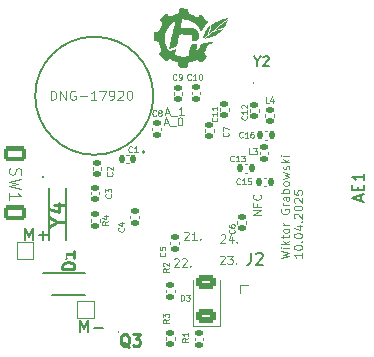
<source format=gto>
G04 #@! TF.GenerationSoftware,KiCad,Pcbnew,9.0.0*
G04 #@! TF.CreationDate,2025-04-18T11:45:23+02:00*
G04 #@! TF.ProjectId,WakeBand,57616b65-4261-46e6-942e-6b696361645f,rev?*
G04 #@! TF.SameCoordinates,Original*
G04 #@! TF.FileFunction,Legend,Top*
G04 #@! TF.FilePolarity,Positive*
%FSLAX46Y46*%
G04 Gerber Fmt 4.6, Leading zero omitted, Abs format (unit mm)*
G04 Created by KiCad (PCBNEW 9.0.0) date 2025-04-18 11:45:23*
%MOMM*%
%LPD*%
G01*
G04 APERTURE LIST*
G04 Aperture macros list*
%AMRoundRect*
0 Rectangle with rounded corners*
0 $1 Rounding radius*
0 $2 $3 $4 $5 $6 $7 $8 $9 X,Y pos of 4 corners*
0 Add a 4 corners polygon primitive as box body*
4,1,4,$2,$3,$4,$5,$6,$7,$8,$9,$2,$3,0*
0 Add four circle primitives for the rounded corners*
1,1,$1+$1,$2,$3*
1,1,$1+$1,$4,$5*
1,1,$1+$1,$6,$7*
1,1,$1+$1,$8,$9*
0 Add four rect primitives between the rounded corners*
20,1,$1+$1,$2,$3,$4,$5,0*
20,1,$1+$1,$4,$5,$6,$7,0*
20,1,$1+$1,$6,$7,$8,$9,0*
20,1,$1+$1,$8,$9,$2,$3,0*%
G04 Aperture macros list end*
%ADD10C,0.000000*%
%ADD11C,0.200000*%
%ADD12C,0.087500*%
%ADD13C,0.100000*%
%ADD14C,0.150000*%
%ADD15C,0.250000*%
%ADD16C,0.160000*%
%ADD17C,0.254000*%
%ADD18C,0.120000*%
%ADD19RoundRect,0.140000X0.170000X-0.140000X0.170000X0.140000X-0.170000X0.140000X-0.170000X-0.140000X0*%
%ADD20RoundRect,0.140000X-0.170000X0.140000X-0.170000X-0.140000X0.170000X-0.140000X0.170000X0.140000X0*%
%ADD21C,0.990600*%
%ADD22C,0.787400*%
%ADD23R,0.420000X0.660000*%
%ADD24R,0.545000X0.570000*%
%ADD25R,0.420000X0.470000*%
%ADD26R,2.370000X1.830000*%
%ADD27R,0.650000X0.750000*%
%ADD28RoundRect,0.140000X-0.140000X-0.170000X0.140000X-0.170000X0.140000X0.170000X-0.140000X0.170000X0*%
%ADD29R,0.500000X0.630000*%
%ADD30RoundRect,0.190500X0.762000X0.444500X-0.762000X0.444500X-0.762000X-0.444500X0.762000X-0.444500X0*%
%ADD31R,1.000000X1.000000*%
%ADD32R,1.120000X1.220000*%
%ADD33R,0.850000X0.200000*%
%ADD34R,0.200000X0.850000*%
%ADD35R,4.700000X4.700000*%
%ADD36R,0.600000X1.200000*%
%ADD37RoundRect,0.135000X0.185000X-0.135000X0.185000X0.135000X-0.185000X0.135000X-0.185000X-0.135000X0*%
%ADD38RoundRect,0.250000X0.625000X-0.375000X0.625000X0.375000X-0.625000X0.375000X-0.625000X-0.375000X0*%
G04 APERTURE END LIST*
D10*
G36*
X250548657Y-94161776D02*
G01*
X250519150Y-94237012D01*
X250483168Y-94320236D01*
X250440254Y-94410281D01*
X250389949Y-94505982D01*
X250361880Y-94555589D01*
X250331792Y-94606172D01*
X250299626Y-94657587D01*
X250265326Y-94709687D01*
X250228833Y-94762326D01*
X250190091Y-94815359D01*
X250138172Y-94821788D01*
X250086486Y-94829489D01*
X250035166Y-94838343D01*
X249984344Y-94848233D01*
X249934156Y-94859041D01*
X249884733Y-94870648D01*
X249788718Y-94895792D01*
X249697367Y-94922721D01*
X249611745Y-94950494D01*
X249532920Y-94978168D01*
X249461958Y-95004800D01*
X249737968Y-94772562D01*
X250020625Y-94537546D01*
X250301497Y-94308880D01*
X250438628Y-94199781D01*
X250572149Y-94095692D01*
X250548657Y-94161776D01*
G37*
D11*
X244250000Y-100550000D02*
G75*
G02*
X234250000Y-100550000I-5000000J0D01*
G01*
X234250000Y-100550000D02*
G75*
G02*
X244250000Y-100550000I5000000J0D01*
G01*
D10*
G36*
X249048486Y-94695328D02*
G01*
X249033534Y-94771055D01*
X249016456Y-94845167D01*
X248997712Y-94917140D01*
X248977766Y-94986454D01*
X248957078Y-95052584D01*
X248936111Y-95115010D01*
X248915328Y-95173207D01*
X248895189Y-95226655D01*
X248876157Y-95274830D01*
X248843262Y-95353273D01*
X248811082Y-95423900D01*
X248811082Y-95422842D01*
X248810523Y-95424044D01*
X248810034Y-95425270D01*
X248809610Y-95426518D01*
X248809247Y-95427786D01*
X248808939Y-95429073D01*
X248808682Y-95430376D01*
X248808472Y-95431695D01*
X248808304Y-95433028D01*
X248808173Y-95434374D01*
X248808075Y-95435730D01*
X248807957Y-95438469D01*
X248807914Y-95441232D01*
X248807907Y-95444009D01*
X248730235Y-95508187D01*
X248656433Y-95568495D01*
X248587195Y-95624239D01*
X248523215Y-95674725D01*
X248515365Y-95664096D01*
X248508485Y-95652500D01*
X248502579Y-95640011D01*
X248497650Y-95626703D01*
X248493700Y-95612651D01*
X248490733Y-95597930D01*
X248488753Y-95582613D01*
X248487761Y-95566775D01*
X248487761Y-95550491D01*
X248488757Y-95533834D01*
X248490751Y-95516880D01*
X248493747Y-95499703D01*
X248497747Y-95482377D01*
X248502755Y-95464977D01*
X248508774Y-95447576D01*
X248515807Y-95430250D01*
X248612132Y-95206677D01*
X248636550Y-95152706D01*
X248661938Y-95099554D01*
X248688711Y-95047245D01*
X248717287Y-94995804D01*
X248748084Y-94945256D01*
X248781517Y-94895626D01*
X248818004Y-94846939D01*
X248857963Y-94799219D01*
X248901810Y-94752491D01*
X248949961Y-94706780D01*
X249002835Y-94662111D01*
X249031173Y-94640175D01*
X249060848Y-94618508D01*
X249048486Y-94695328D01*
G37*
G36*
X250059614Y-94977323D02*
G01*
X250000682Y-95041561D01*
X249938030Y-95105179D01*
X249905270Y-95136673D01*
X249871533Y-95167916D01*
X249836804Y-95198873D01*
X249801067Y-95229512D01*
X249764307Y-95259801D01*
X249726508Y-95289707D01*
X249687655Y-95319197D01*
X249647733Y-95348240D01*
X249606725Y-95376802D01*
X249564617Y-95404850D01*
X249515003Y-95435714D01*
X249465615Y-95463439D01*
X249416204Y-95488361D01*
X249366526Y-95510816D01*
X249316333Y-95531137D01*
X249265379Y-95549660D01*
X249213417Y-95566719D01*
X249160200Y-95582650D01*
X249049019Y-95612465D01*
X248929864Y-95641785D01*
X248800762Y-95673287D01*
X248659741Y-95709650D01*
X248656380Y-95710594D01*
X248653046Y-95711443D01*
X248649739Y-95712201D01*
X248646462Y-95712875D01*
X248643216Y-95713468D01*
X248640003Y-95713985D01*
X248633680Y-95714810D01*
X248627505Y-95715386D01*
X248621492Y-95715752D01*
X248615653Y-95715945D01*
X248609999Y-95716000D01*
X248731361Y-95617823D01*
X248880007Y-95494941D01*
X249271458Y-95166725D01*
X249272824Y-95167166D01*
X249274451Y-95167668D01*
X249277940Y-95168710D01*
X249282041Y-95169900D01*
X249283100Y-95169900D01*
X249284278Y-95169887D01*
X249285435Y-95169848D01*
X249286574Y-95169781D01*
X249287696Y-95169685D01*
X249288807Y-95169558D01*
X249289908Y-95169398D01*
X249291003Y-95169204D01*
X249292095Y-95168974D01*
X249293187Y-95168707D01*
X249294282Y-95168401D01*
X249295383Y-95168055D01*
X249296494Y-95167667D01*
X249297617Y-95167236D01*
X249298755Y-95166760D01*
X249299912Y-95166237D01*
X249301090Y-95165667D01*
X249372595Y-95134479D01*
X249452003Y-95102005D01*
X249554826Y-95063008D01*
X249676799Y-95021035D01*
X249813655Y-94979631D01*
X249886331Y-94960252D01*
X249961127Y-94942346D01*
X250037511Y-94926356D01*
X250114949Y-94912725D01*
X250059614Y-94977323D01*
G37*
G36*
X247090233Y-93164362D02*
G01*
X247097034Y-93164884D01*
X247103740Y-93165847D01*
X247110343Y-93167240D01*
X247116834Y-93169050D01*
X247123204Y-93171267D01*
X247129447Y-93173878D01*
X247135552Y-93176872D01*
X247141512Y-93180237D01*
X247147319Y-93183962D01*
X247152964Y-93188035D01*
X247158439Y-93192444D01*
X247163735Y-93197179D01*
X247168845Y-93202226D01*
X247173759Y-93207575D01*
X247182969Y-93219131D01*
X247191299Y-93231753D01*
X247198681Y-93245349D01*
X247205049Y-93259826D01*
X247210337Y-93275090D01*
X247214478Y-93291049D01*
X247217404Y-93307609D01*
X247219051Y-93324678D01*
X247219350Y-93342162D01*
X247236283Y-93496678D01*
X247238065Y-93508269D01*
X247240619Y-93519598D01*
X247243924Y-93530630D01*
X247247957Y-93541327D01*
X247252698Y-93551652D01*
X247258123Y-93561568D01*
X247264212Y-93571037D01*
X247270943Y-93580022D01*
X247274542Y-93584322D01*
X247278294Y-93588487D01*
X247282195Y-93592512D01*
X247286244Y-93596393D01*
X247290436Y-93600126D01*
X247294770Y-93603705D01*
X247299242Y-93607125D01*
X247303851Y-93610383D01*
X247308593Y-93613474D01*
X247313465Y-93616392D01*
X247318465Y-93619134D01*
X247323591Y-93621694D01*
X247328839Y-93624068D01*
X247334207Y-93626252D01*
X247339692Y-93628240D01*
X247345291Y-93630028D01*
X247410418Y-93650955D01*
X247474788Y-93674015D01*
X247538339Y-93699159D01*
X247601011Y-93726337D01*
X247662739Y-93755499D01*
X247723463Y-93786595D01*
X247783120Y-93819577D01*
X247841649Y-93854395D01*
X247851737Y-93860300D01*
X247862123Y-93865321D01*
X247872761Y-93869468D01*
X247883602Y-93872750D01*
X247894598Y-93875177D01*
X247905701Y-93876756D01*
X247916863Y-93877499D01*
X247928036Y-93877414D01*
X247939171Y-93876510D01*
X247950221Y-93874797D01*
X247961138Y-93872284D01*
X247971874Y-93868980D01*
X247982380Y-93864895D01*
X247992608Y-93860038D01*
X248002511Y-93854418D01*
X248012041Y-93848045D01*
X248140099Y-93758087D01*
X248146630Y-93752196D01*
X248153314Y-93746629D01*
X248160138Y-93741387D01*
X248167089Y-93736471D01*
X248174151Y-93731884D01*
X248181313Y-93727626D01*
X248188559Y-93723698D01*
X248195877Y-93720102D01*
X248203251Y-93716840D01*
X248210670Y-93713912D01*
X248218118Y-93711321D01*
X248225582Y-93709066D01*
X248233049Y-93707151D01*
X248240504Y-93705575D01*
X248247934Y-93704341D01*
X248255325Y-93703450D01*
X248262663Y-93702903D01*
X248269935Y-93702702D01*
X248277127Y-93702847D01*
X248284225Y-93703341D01*
X248291214Y-93704184D01*
X248298083Y-93705378D01*
X248304816Y-93706925D01*
X248311400Y-93708825D01*
X248317821Y-93711080D01*
X248324066Y-93713691D01*
X248330121Y-93716661D01*
X248335971Y-93719989D01*
X248341604Y-93723678D01*
X248347005Y-93727728D01*
X248352161Y-93732142D01*
X248357057Y-93736920D01*
X248562374Y-93954937D01*
X248813199Y-94220578D01*
X248822953Y-94232043D01*
X248830842Y-94243798D01*
X248836955Y-94255817D01*
X248841381Y-94268073D01*
X248844209Y-94280541D01*
X248845527Y-94293195D01*
X248845425Y-94306008D01*
X248843990Y-94318954D01*
X248841312Y-94332007D01*
X248837479Y-94345140D01*
X248832581Y-94358329D01*
X248826705Y-94371546D01*
X248819941Y-94384765D01*
X248812378Y-94397960D01*
X248795208Y-94424175D01*
X248775904Y-94449980D01*
X248755177Y-94475167D01*
X248733737Y-94499526D01*
X248712294Y-94522848D01*
X248672238Y-94565543D01*
X248655046Y-94584498D01*
X248640691Y-94601578D01*
X248602295Y-94652196D01*
X248565500Y-94703906D01*
X248530019Y-94756508D01*
X248495567Y-94809805D01*
X248428611Y-94917689D01*
X248362350Y-95025970D01*
X248357924Y-95033850D01*
X248353338Y-95041580D01*
X248350964Y-95045374D01*
X248348528Y-95049112D01*
X248346019Y-95052789D01*
X248343432Y-95056397D01*
X248340758Y-95059930D01*
X248337990Y-95063383D01*
X248335119Y-95066750D01*
X248332138Y-95070023D01*
X248329039Y-95073197D01*
X248325814Y-95076265D01*
X248322457Y-95079222D01*
X248318958Y-95082061D01*
X248315314Y-95084751D01*
X248311535Y-95087254D01*
X248307635Y-95089559D01*
X248303629Y-95091653D01*
X248299529Y-95093523D01*
X248295350Y-95095158D01*
X248291106Y-95096545D01*
X248286811Y-95097672D01*
X248282479Y-95098526D01*
X248278123Y-95099094D01*
X248273758Y-95099365D01*
X248269398Y-95099326D01*
X248265057Y-95098964D01*
X248260748Y-95098267D01*
X248256485Y-95097223D01*
X248252283Y-95095820D01*
X248249939Y-95094772D01*
X248247667Y-95093618D01*
X248245466Y-95092359D01*
X248243334Y-95091001D01*
X248241270Y-95089548D01*
X248239272Y-95088004D01*
X248235465Y-95084658D01*
X248231900Y-95080995D01*
X248228563Y-95077049D01*
X248225440Y-95072851D01*
X248222517Y-95068435D01*
X248219780Y-95063833D01*
X248217215Y-95059078D01*
X248214808Y-95054201D01*
X248212546Y-95049236D01*
X248210413Y-95044216D01*
X248208397Y-95039172D01*
X248204658Y-95029145D01*
X248162986Y-94901351D01*
X248151545Y-94869217D01*
X248145440Y-94853377D01*
X248139024Y-94837752D01*
X248132255Y-94822387D01*
X248125090Y-94807329D01*
X248117489Y-94792624D01*
X248109408Y-94778320D01*
X248100844Y-94764293D01*
X248091846Y-94750392D01*
X248082451Y-94736618D01*
X248072697Y-94722972D01*
X248062620Y-94709457D01*
X248052258Y-94696074D01*
X248030826Y-94669708D01*
X248008701Y-94643889D01*
X247986178Y-94618627D01*
X247941133Y-94569828D01*
X247882051Y-94511411D01*
X247819664Y-94457153D01*
X247754214Y-94406968D01*
X247685942Y-94360774D01*
X247615091Y-94318487D01*
X247541901Y-94280022D01*
X247466616Y-94245297D01*
X247389477Y-94214228D01*
X247310725Y-94186730D01*
X247230603Y-94162721D01*
X247149352Y-94142116D01*
X247067214Y-94124832D01*
X246984432Y-94110785D01*
X246901246Y-94099891D01*
X246817899Y-94092066D01*
X246734633Y-94087228D01*
X246731812Y-94087238D01*
X246728928Y-94087311D01*
X246727475Y-94087389D01*
X246726020Y-94087507D01*
X246724568Y-94087671D01*
X246723124Y-94087889D01*
X246721692Y-94088170D01*
X246720277Y-94088520D01*
X246718884Y-94088948D01*
X246717518Y-94089460D01*
X246716182Y-94090066D01*
X246714882Y-94090773D01*
X246713623Y-94091588D01*
X246713009Y-94092039D01*
X246712408Y-94092520D01*
X246711639Y-94093536D01*
X246710918Y-94094597D01*
X246710243Y-94095698D01*
X246709613Y-94096836D01*
X246709027Y-94098004D01*
X246708483Y-94099198D01*
X246707979Y-94100414D01*
X246707513Y-94101648D01*
X246707085Y-94102893D01*
X246706693Y-94104147D01*
X246706334Y-94105403D01*
X246706008Y-94106658D01*
X246705448Y-94109145D01*
X246705000Y-94111570D01*
X246600225Y-94676720D01*
X246598325Y-94686772D01*
X246597478Y-94691875D01*
X246596735Y-94697010D01*
X246596123Y-94702164D01*
X246595667Y-94707322D01*
X246595394Y-94712472D01*
X246595330Y-94717598D01*
X246595502Y-94722687D01*
X246595936Y-94727724D01*
X246596658Y-94732697D01*
X246597695Y-94737590D01*
X246599073Y-94742391D01*
X246600818Y-94747084D01*
X246602957Y-94751657D01*
X246604182Y-94753894D01*
X246605516Y-94756095D01*
X246607469Y-94758985D01*
X246609552Y-94761707D01*
X246611761Y-94764266D01*
X246614090Y-94766666D01*
X246616534Y-94768912D01*
X246619088Y-94771010D01*
X246621745Y-94772965D01*
X246624500Y-94774781D01*
X246630285Y-94778018D01*
X246636398Y-94780763D01*
X246642797Y-94783055D01*
X246649437Y-94784934D01*
X246656276Y-94786441D01*
X246663270Y-94787617D01*
X246670375Y-94788501D01*
X246677549Y-94789134D01*
X246684748Y-94789557D01*
X246691928Y-94789808D01*
X246706058Y-94789961D01*
X247180191Y-94784670D01*
X247243369Y-94784021D01*
X247306596Y-94784041D01*
X247369724Y-94785302D01*
X247432604Y-94788374D01*
X247463904Y-94790767D01*
X247495087Y-94793827D01*
X247526133Y-94797625D01*
X247557024Y-94802231D01*
X247587741Y-94807719D01*
X247618267Y-94814158D01*
X247648581Y-94821621D01*
X247678666Y-94830178D01*
X247707711Y-94839728D01*
X247735901Y-94850493D01*
X247763227Y-94862437D01*
X247789677Y-94875521D01*
X247815242Y-94889709D01*
X247839910Y-94904964D01*
X247863670Y-94921249D01*
X247886513Y-94938525D01*
X247908427Y-94956756D01*
X247929401Y-94975906D01*
X247949426Y-94995935D01*
X247968490Y-95016809D01*
X248003694Y-95060936D01*
X248034927Y-95107991D01*
X248062105Y-95157674D01*
X248085142Y-95209690D01*
X248103953Y-95263739D01*
X248118453Y-95319525D01*
X248128556Y-95376749D01*
X248134177Y-95435115D01*
X248135231Y-95494323D01*
X248131632Y-95554078D01*
X248125391Y-95605611D01*
X248117027Y-95652071D01*
X248106001Y-95693765D01*
X248091780Y-95731002D01*
X248083302Y-95748045D01*
X248073825Y-95764090D01*
X248063280Y-95779175D01*
X248051600Y-95793338D01*
X248038719Y-95806618D01*
X248024570Y-95819055D01*
X248009085Y-95830685D01*
X247992197Y-95841548D01*
X247973840Y-95851682D01*
X247953946Y-95861127D01*
X247909279Y-95878100D01*
X247857661Y-95892775D01*
X247798555Y-95905461D01*
X247731425Y-95916467D01*
X247655734Y-95926101D01*
X247570946Y-95934671D01*
X247476525Y-95942487D01*
X247494252Y-95867742D01*
X247501230Y-95836967D01*
X247504335Y-95822405D01*
X247507216Y-95808078D01*
X247518953Y-95742265D01*
X247527391Y-95683112D01*
X247532256Y-95630284D01*
X247533265Y-95606138D01*
X247533278Y-95583447D01*
X247532261Y-95562170D01*
X247530181Y-95542265D01*
X247527004Y-95523690D01*
X247522694Y-95506403D01*
X247517219Y-95490363D01*
X247510544Y-95475528D01*
X247502635Y-95461855D01*
X247493458Y-95449303D01*
X247482978Y-95437830D01*
X247471162Y-95427394D01*
X247457976Y-95417954D01*
X247443385Y-95409467D01*
X247427356Y-95401891D01*
X247409854Y-95395185D01*
X247390844Y-95389307D01*
X247370294Y-95384215D01*
X247348169Y-95379868D01*
X247324434Y-95376222D01*
X247272001Y-95370870D01*
X247212722Y-95367826D01*
X247146324Y-95366753D01*
X246812949Y-95366753D01*
X246772516Y-95365821D01*
X246727803Y-95364057D01*
X246680585Y-95363014D01*
X246656591Y-95363246D01*
X246632636Y-95364239D01*
X246608941Y-95366188D01*
X246585728Y-95369285D01*
X246563219Y-95373725D01*
X246541636Y-95379701D01*
X246531260Y-95383326D01*
X246521199Y-95387407D01*
X246511481Y-95391970D01*
X246502132Y-95397037D01*
X246493181Y-95402634D01*
X246484655Y-95408785D01*
X246476583Y-95415514D01*
X246468991Y-95422845D01*
X246462698Y-95429808D01*
X246456893Y-95437178D01*
X246451543Y-95444913D01*
X246446617Y-95452974D01*
X246442082Y-95461320D01*
X246437905Y-95469911D01*
X246434053Y-95478707D01*
X246430494Y-95487667D01*
X246427196Y-95496752D01*
X246424126Y-95505919D01*
X246418538Y-95524345D01*
X246408666Y-95560428D01*
X246369375Y-95712034D01*
X246360576Y-95750184D01*
X246352855Y-95788432D01*
X246346549Y-95826781D01*
X246344030Y-95845992D01*
X246341991Y-95865228D01*
X246340451Y-95887852D01*
X246339593Y-95910488D01*
X246338684Y-95955847D01*
X246338012Y-95978595D01*
X246336782Y-96001406D01*
X246335861Y-96012838D01*
X246334684Y-96024290D01*
X246333213Y-96035764D01*
X246331408Y-96047261D01*
X246327132Y-96068830D01*
X246322059Y-96089883D01*
X246316208Y-96110424D01*
X246309600Y-96130460D01*
X246302256Y-96149996D01*
X246294196Y-96169035D01*
X246285441Y-96187584D01*
X246276011Y-96205648D01*
X246265926Y-96223230D01*
X246255208Y-96240337D01*
X246231953Y-96273145D01*
X246206410Y-96304111D01*
X246178743Y-96333276D01*
X246149117Y-96360679D01*
X246117695Y-96386362D01*
X246084642Y-96410364D01*
X246050123Y-96432726D01*
X246014301Y-96453488D01*
X245977342Y-96472691D01*
X245939409Y-96490374D01*
X245900666Y-96506578D01*
X245886133Y-96512118D01*
X245871513Y-96517265D01*
X245842061Y-96526587D01*
X245812411Y-96534967D01*
X245782662Y-96542826D01*
X245752913Y-96550586D01*
X245723263Y-96558668D01*
X245693812Y-96567494D01*
X245679191Y-96572318D01*
X245664658Y-96577486D01*
X245652487Y-96581008D01*
X245643896Y-96583569D01*
X245639344Y-96585033D01*
X245634760Y-96586614D01*
X245630251Y-96588306D01*
X245625921Y-96590105D01*
X245621877Y-96592007D01*
X245618223Y-96594006D01*
X245616576Y-96595040D01*
X245615066Y-96596098D01*
X245613706Y-96597177D01*
X245612510Y-96598278D01*
X245611491Y-96599400D01*
X245610661Y-96600543D01*
X245610035Y-96601705D01*
X245609625Y-96602886D01*
X245862566Y-95401677D01*
X245894846Y-95251840D01*
X245927918Y-95102301D01*
X245994858Y-94803719D01*
X246011494Y-94729751D01*
X246029518Y-94655684D01*
X246048734Y-94581816D01*
X246068941Y-94508444D01*
X246085445Y-94456437D01*
X246094205Y-94427277D01*
X246098202Y-94412293D01*
X246101749Y-94397186D01*
X246104702Y-94382068D01*
X246106913Y-94367047D01*
X246108237Y-94352233D01*
X246108529Y-94337738D01*
X246107643Y-94323670D01*
X246106713Y-94316831D01*
X246105433Y-94310141D01*
X246103786Y-94303612D01*
X246101753Y-94297259D01*
X246099317Y-94291095D01*
X246096458Y-94285135D01*
X246086938Y-94271212D01*
X246075152Y-94261817D01*
X246061259Y-94256698D01*
X246045418Y-94255603D01*
X246027788Y-94258279D01*
X246008528Y-94264474D01*
X245987797Y-94273934D01*
X245965754Y-94286409D01*
X245942557Y-94301644D01*
X245918365Y-94319388D01*
X245867634Y-94361391D01*
X245814833Y-94410399D01*
X245761231Y-94464391D01*
X245708100Y-94521347D01*
X245656712Y-94579247D01*
X245564248Y-94689799D01*
X245494010Y-94779888D01*
X245456166Y-94833352D01*
X245428552Y-94880471D01*
X245402483Y-94928522D01*
X245377992Y-94977443D01*
X245355112Y-95027176D01*
X245333875Y-95077659D01*
X245314314Y-95128832D01*
X245296462Y-95180634D01*
X245280350Y-95233005D01*
X245266013Y-95285885D01*
X245253481Y-95339213D01*
X245242788Y-95392928D01*
X245233966Y-95446970D01*
X245227048Y-95501279D01*
X245222066Y-95555795D01*
X245219053Y-95610456D01*
X245218041Y-95665202D01*
X245218561Y-95705481D01*
X245220118Y-95745735D01*
X245222708Y-95785939D01*
X245226326Y-95826069D01*
X245230967Y-95866099D01*
X245236626Y-95906006D01*
X245243299Y-95945764D01*
X245250982Y-95985348D01*
X245259669Y-96024734D01*
X245269356Y-96063896D01*
X245280038Y-96102811D01*
X245291711Y-96141452D01*
X245304370Y-96179796D01*
X245318010Y-96217817D01*
X245332627Y-96255492D01*
X245348216Y-96292794D01*
X245358998Y-96316835D01*
X245370278Y-96340559D01*
X245382007Y-96363999D01*
X245394138Y-96387184D01*
X245419412Y-96432915D01*
X245445715Y-96478002D01*
X245499872Y-96567233D01*
X245526956Y-96611873D01*
X245553533Y-96656860D01*
X245558023Y-96664568D01*
X245562762Y-96672191D01*
X245567753Y-96679693D01*
X245572996Y-96687039D01*
X245578494Y-96694192D01*
X245584247Y-96701118D01*
X245590258Y-96707779D01*
X245596528Y-96714142D01*
X245603058Y-96720170D01*
X245609850Y-96725827D01*
X245616905Y-96731078D01*
X245624226Y-96735888D01*
X245631814Y-96740219D01*
X245639669Y-96744038D01*
X245647794Y-96747308D01*
X245651959Y-96748726D01*
X245656191Y-96749993D01*
X245661386Y-96751248D01*
X245666646Y-96752242D01*
X245671962Y-96752989D01*
X245677325Y-96753499D01*
X245682725Y-96753786D01*
X245688152Y-96753863D01*
X245693598Y-96753741D01*
X245699054Y-96753433D01*
X245704509Y-96752951D01*
X245709955Y-96752308D01*
X245715383Y-96751517D01*
X245720783Y-96750588D01*
X245726145Y-96749536D01*
X245731461Y-96748373D01*
X245741916Y-96745760D01*
X245763043Y-96739710D01*
X245783981Y-96733130D01*
X245825425Y-96718739D01*
X245907545Y-96687552D01*
X245948766Y-96672193D01*
X245990459Y-96657951D01*
X246011567Y-96651473D01*
X246032896Y-96645545D01*
X246054478Y-96640254D01*
X246076350Y-96635693D01*
X246111539Y-96629078D01*
X246121081Y-96626929D01*
X246125827Y-96625711D01*
X246130523Y-96624382D01*
X246135145Y-96622929D01*
X246139668Y-96621339D01*
X246144066Y-96619601D01*
X246148316Y-96617701D01*
X246149879Y-96617053D01*
X246151391Y-96616497D01*
X246152852Y-96616032D01*
X246154261Y-96615657D01*
X246155617Y-96615371D01*
X246156920Y-96615174D01*
X246158169Y-96615063D01*
X246159363Y-96615039D01*
X246160500Y-96615100D01*
X246161582Y-96615246D01*
X246162605Y-96615474D01*
X246163571Y-96615785D01*
X246164478Y-96616178D01*
X246165325Y-96616651D01*
X246166112Y-96617203D01*
X246166837Y-96617834D01*
X246167501Y-96618542D01*
X246168101Y-96619327D01*
X246168638Y-96620188D01*
X246169111Y-96621123D01*
X246169519Y-96622131D01*
X246169860Y-96623213D01*
X246170135Y-96624366D01*
X246170343Y-96625590D01*
X246170482Y-96626883D01*
X246170553Y-96628246D01*
X246170553Y-96629676D01*
X246170484Y-96631173D01*
X246170342Y-96632736D01*
X246170129Y-96634364D01*
X246169843Y-96636055D01*
X246169483Y-96637810D01*
X246164156Y-96664490D01*
X246159214Y-96691305D01*
X246150036Y-96745098D01*
X246141057Y-96798693D01*
X246136363Y-96825261D01*
X246131383Y-96851593D01*
X246124479Y-96883649D01*
X246117228Y-96913969D01*
X246109580Y-96942601D01*
X246101485Y-96969597D01*
X246097255Y-96982497D01*
X246092894Y-96995005D01*
X246088398Y-97007130D01*
X246083758Y-97018876D01*
X246078970Y-97030250D01*
X246074026Y-97041258D01*
X246068922Y-97051906D01*
X246063650Y-97062201D01*
X246105070Y-97083244D01*
X246147165Y-97103098D01*
X246189914Y-97121739D01*
X246233297Y-97139145D01*
X246277294Y-97155292D01*
X246321885Y-97170157D01*
X246367049Y-97183717D01*
X246412767Y-97195948D01*
X246459018Y-97206827D01*
X246505783Y-97216331D01*
X246553040Y-97224437D01*
X246600770Y-97231121D01*
X246648953Y-97236360D01*
X246697568Y-97240131D01*
X246746596Y-97242411D01*
X246796016Y-97243176D01*
X246824764Y-97242858D01*
X246853462Y-97241925D01*
X246910696Y-97238331D01*
X246967708Y-97232628D01*
X247024484Y-97225052D01*
X247081011Y-97215840D01*
X247137279Y-97205225D01*
X247193273Y-97193445D01*
X247248982Y-97180735D01*
X247250963Y-97180332D01*
X247252918Y-97179892D01*
X247253879Y-97179646D01*
X247254824Y-97179377D01*
X247255751Y-97179080D01*
X247256656Y-97178751D01*
X247257536Y-97178384D01*
X247258388Y-97177976D01*
X247259209Y-97177521D01*
X247259996Y-97177015D01*
X247260376Y-97176741D01*
X247260746Y-97176453D01*
X247261106Y-97176149D01*
X247261455Y-97175830D01*
X247261794Y-97175495D01*
X247262121Y-97175143D01*
X247262437Y-97174773D01*
X247262741Y-97174385D01*
X247263300Y-97173556D01*
X247263789Y-97172659D01*
X247264213Y-97171704D01*
X247264576Y-97170698D01*
X247264884Y-97169648D01*
X247265141Y-97168562D01*
X247265351Y-97167449D01*
X247265519Y-97166315D01*
X247265650Y-97165169D01*
X247265748Y-97164019D01*
X247265866Y-97161735D01*
X247265910Y-97159525D01*
X247265916Y-97157451D01*
X247262162Y-97089850D01*
X247260912Y-97056397D01*
X247260492Y-97023043D01*
X247261213Y-96989689D01*
X247262099Y-96972981D01*
X247263386Y-96956236D01*
X247265113Y-96939441D01*
X247267319Y-96922584D01*
X247270043Y-96905653D01*
X247273324Y-96888635D01*
X247300179Y-96761105D01*
X247326241Y-96633576D01*
X247341481Y-96561779D01*
X247356633Y-96498047D01*
X247372278Y-96441862D01*
X247388997Y-96392706D01*
X247397941Y-96370602D01*
X247407372Y-96350061D01*
X247417361Y-96331018D01*
X247427983Y-96313409D01*
X247439310Y-96297169D01*
X247451414Y-96282234D01*
X247464368Y-96268537D01*
X247478244Y-96256016D01*
X247493116Y-96244604D01*
X247509055Y-96234238D01*
X247526135Y-96224852D01*
X247544429Y-96216382D01*
X247564009Y-96208763D01*
X247584947Y-96201930D01*
X247607316Y-96195820D01*
X247631190Y-96190366D01*
X247683739Y-96181170D01*
X247743177Y-96173825D01*
X247810083Y-96167814D01*
X247885041Y-96162618D01*
X247895977Y-96161997D01*
X247906179Y-96161717D01*
X247915669Y-96161773D01*
X247924468Y-96162159D01*
X247932599Y-96162869D01*
X247940084Y-96163897D01*
X247946945Y-96165237D01*
X247953204Y-96166884D01*
X247958884Y-96168832D01*
X247964005Y-96171074D01*
X247968591Y-96173606D01*
X247972664Y-96176421D01*
X247976244Y-96179514D01*
X247979356Y-96182878D01*
X247982021Y-96186509D01*
X247984260Y-96190399D01*
X247986096Y-96194543D01*
X247987551Y-96198936D01*
X247988647Y-96203572D01*
X247989407Y-96208444D01*
X247989851Y-96213548D01*
X247990004Y-96218876D01*
X247989518Y-96230186D01*
X247988128Y-96242326D01*
X247986008Y-96255251D01*
X247980291Y-96283268D01*
X247965052Y-96347456D01*
X247947879Y-96412797D01*
X247912293Y-96545602D01*
X247896161Y-96612395D01*
X247889010Y-96645742D01*
X247882659Y-96679002D01*
X247877251Y-96712131D01*
X247872928Y-96745087D01*
X247869832Y-96777830D01*
X247868107Y-96810318D01*
X247884855Y-96796140D01*
X247901676Y-96781428D01*
X247918449Y-96766246D01*
X247935047Y-96750654D01*
X247951348Y-96734715D01*
X247967227Y-96718491D01*
X247982561Y-96702043D01*
X247997224Y-96685434D01*
X248012601Y-96666682D01*
X248027767Y-96647731D01*
X248042710Y-96628582D01*
X248057417Y-96609234D01*
X248071876Y-96589688D01*
X248086074Y-96569943D01*
X248100000Y-96550000D01*
X248113641Y-96529859D01*
X248123578Y-96514505D01*
X248133164Y-96499008D01*
X248151360Y-96467599D01*
X248168391Y-96435669D01*
X248184417Y-96403255D01*
X248199599Y-96370395D01*
X248214099Y-96337126D01*
X248228079Y-96303485D01*
X248241699Y-96269509D01*
X248247793Y-96255551D01*
X248254547Y-96242430D01*
X248261933Y-96230115D01*
X248269922Y-96218574D01*
X248278487Y-96207777D01*
X248287598Y-96197692D01*
X248297228Y-96188288D01*
X248307349Y-96179534D01*
X248317931Y-96171398D01*
X248328947Y-96163850D01*
X248340368Y-96156858D01*
X248352167Y-96150390D01*
X248376782Y-96138906D01*
X248402566Y-96129147D01*
X248429292Y-96120864D01*
X248456735Y-96113808D01*
X248484668Y-96107728D01*
X248512864Y-96102375D01*
X248623757Y-96083242D01*
X248711268Y-96067351D01*
X248799176Y-96052947D01*
X248887481Y-96039933D01*
X248976183Y-96028209D01*
X249105035Y-96002147D01*
X249147852Y-95995291D01*
X249169231Y-95992690D01*
X249190198Y-95990853D01*
X249210457Y-95989940D01*
X249229715Y-95990111D01*
X249247678Y-95991525D01*
X249264049Y-95994342D01*
X249265107Y-95991172D01*
X249270028Y-95992460D01*
X249274670Y-95993939D01*
X249279035Y-95995601D01*
X249283124Y-95997437D01*
X249286936Y-95999440D01*
X249290473Y-96001602D01*
X249293736Y-96003914D01*
X249296725Y-96006369D01*
X249299441Y-96008959D01*
X249301885Y-96011676D01*
X249304058Y-96014512D01*
X249305960Y-96017459D01*
X249307593Y-96020509D01*
X249308957Y-96023654D01*
X249310052Y-96026886D01*
X249310880Y-96030198D01*
X249311441Y-96033581D01*
X249311737Y-96037027D01*
X249311767Y-96040529D01*
X249311533Y-96044078D01*
X249311036Y-96047667D01*
X249310275Y-96051288D01*
X249309253Y-96054932D01*
X249307970Y-96058591D01*
X249306426Y-96062259D01*
X249304622Y-96065926D01*
X249302560Y-96069585D01*
X249300239Y-96073228D01*
X249297661Y-96076847D01*
X249294826Y-96080434D01*
X249291736Y-96083981D01*
X249288391Y-96087480D01*
X249278893Y-96096632D01*
X249269061Y-96105425D01*
X249258911Y-96113849D01*
X249248455Y-96121893D01*
X249237707Y-96129546D01*
X249226683Y-96136798D01*
X249215394Y-96143638D01*
X249203856Y-96150054D01*
X249192082Y-96156037D01*
X249180087Y-96161574D01*
X249167884Y-96166655D01*
X249155487Y-96171270D01*
X249142910Y-96175408D01*
X249130168Y-96179057D01*
X249117273Y-96182207D01*
X249104241Y-96184847D01*
X249093490Y-96186678D01*
X249082677Y-96188237D01*
X249060915Y-96190734D01*
X249017193Y-96194636D01*
X248995431Y-96196836D01*
X248973867Y-96199730D01*
X248963191Y-96201561D01*
X248952601Y-96203715D01*
X248942111Y-96206241D01*
X248931732Y-96209188D01*
X248921572Y-96212657D01*
X248911914Y-96216694D01*
X248902742Y-96221275D01*
X248894038Y-96226372D01*
X248885782Y-96231960D01*
X248877959Y-96238012D01*
X248870549Y-96244503D01*
X248863536Y-96251406D01*
X248856901Y-96258695D01*
X248850626Y-96266344D01*
X248839087Y-96282617D01*
X248828775Y-96300015D01*
X248819549Y-96318329D01*
X248811265Y-96337351D01*
X248803782Y-96356870D01*
X248796955Y-96376677D01*
X248790643Y-96396563D01*
X248767691Y-96472714D01*
X248760302Y-96494876D01*
X248752436Y-96516910D01*
X248744111Y-96538810D01*
X248735345Y-96560572D01*
X248716568Y-96603664D01*
X248696253Y-96646148D01*
X248674549Y-96687987D01*
X248651605Y-96729145D01*
X248627569Y-96769583D01*
X248602591Y-96809264D01*
X248596686Y-96819351D01*
X248591665Y-96829738D01*
X248587518Y-96840376D01*
X248584236Y-96851217D01*
X248581809Y-96862213D01*
X248580230Y-96873316D01*
X248579487Y-96884478D01*
X248579572Y-96895650D01*
X248580476Y-96906786D01*
X248582189Y-96917836D01*
X248584702Y-96928753D01*
X248588006Y-96939489D01*
X248592091Y-96949995D01*
X248596948Y-96960223D01*
X248602567Y-96970126D01*
X248608940Y-96979656D01*
X248698899Y-97104539D01*
X248704886Y-97111166D01*
X248710543Y-97117940D01*
X248715869Y-97124849D01*
X248720863Y-97131878D01*
X248725524Y-97139014D01*
X248729850Y-97146243D01*
X248733841Y-97153552D01*
X248737495Y-97160928D01*
X248740811Y-97168356D01*
X248743788Y-97175824D01*
X248746424Y-97183317D01*
X248748719Y-97190822D01*
X248750672Y-97198325D01*
X248752280Y-97205813D01*
X248753544Y-97213273D01*
X248754461Y-97220690D01*
X248755032Y-97228052D01*
X248755254Y-97235344D01*
X248755126Y-97242554D01*
X248754647Y-97249666D01*
X248753817Y-97256669D01*
X248752634Y-97263548D01*
X248751096Y-97270290D01*
X248749203Y-97276881D01*
X248746953Y-97283308D01*
X248744346Y-97289557D01*
X248741379Y-97295614D01*
X248738053Y-97301467D01*
X248734365Y-97307101D01*
X248730315Y-97312502D01*
X248725902Y-97317658D01*
X248721124Y-97322555D01*
X248335890Y-97685563D01*
X248330615Y-97690227D01*
X248325117Y-97694496D01*
X248319409Y-97698374D01*
X248313502Y-97701862D01*
X248307411Y-97704963D01*
X248301146Y-97707681D01*
X248294722Y-97710016D01*
X248288150Y-97711972D01*
X248281443Y-97713552D01*
X248274614Y-97714757D01*
X248267675Y-97715590D01*
X248260639Y-97716055D01*
X248253519Y-97716152D01*
X248246327Y-97715886D01*
X248239075Y-97715258D01*
X248231777Y-97714271D01*
X248224445Y-97712927D01*
X248217091Y-97711230D01*
X248209728Y-97709180D01*
X248202369Y-97706782D01*
X248195026Y-97704037D01*
X248187712Y-97700949D01*
X248180440Y-97697518D01*
X248173221Y-97693749D01*
X248166070Y-97689644D01*
X248158997Y-97685204D01*
X248152017Y-97680434D01*
X248145140Y-97675334D01*
X248138381Y-97669908D01*
X248131752Y-97664158D01*
X248125265Y-97658087D01*
X248118932Y-97651697D01*
X247997224Y-97554331D01*
X247988055Y-97547548D01*
X247978440Y-97541494D01*
X247968433Y-97536178D01*
X247958082Y-97531609D01*
X247947440Y-97527797D01*
X247936558Y-97524751D01*
X247925486Y-97522480D01*
X247914277Y-97520993D01*
X247902981Y-97520300D01*
X247891649Y-97520410D01*
X247880333Y-97521333D01*
X247869083Y-97523077D01*
X247857951Y-97525652D01*
X247846988Y-97529067D01*
X247836245Y-97533332D01*
X247825774Y-97538456D01*
X247765352Y-97569348D01*
X247703950Y-97598466D01*
X247641581Y-97625724D01*
X247578256Y-97651035D01*
X247513989Y-97674313D01*
X247448792Y-97695469D01*
X247382678Y-97714418D01*
X247315657Y-97731072D01*
X247304339Y-97734254D01*
X247293420Y-97738220D01*
X247282929Y-97742936D01*
X247272894Y-97748369D01*
X247263343Y-97754484D01*
X247254303Y-97761247D01*
X247245802Y-97768624D01*
X247237870Y-97776580D01*
X247230532Y-97785083D01*
X247223818Y-97794097D01*
X247217755Y-97803588D01*
X247212370Y-97813523D01*
X247207693Y-97823867D01*
X247203751Y-97834586D01*
X247200571Y-97845647D01*
X247198182Y-97857014D01*
X247170666Y-98010472D01*
X247170199Y-98019437D01*
X247169399Y-98028268D01*
X247168275Y-98036954D01*
X247166835Y-98045485D01*
X247165088Y-98053852D01*
X247163040Y-98062043D01*
X247160702Y-98070048D01*
X247158081Y-98077858D01*
X247155186Y-98085461D01*
X247152025Y-98092848D01*
X247148605Y-98100008D01*
X247144937Y-98106931D01*
X247141027Y-98113606D01*
X247136885Y-98120025D01*
X247132518Y-98126175D01*
X247127935Y-98132047D01*
X247123145Y-98137631D01*
X247118155Y-98142917D01*
X247112974Y-98147893D01*
X247107610Y-98152551D01*
X247102072Y-98156878D01*
X247096368Y-98160867D01*
X247090505Y-98164505D01*
X247084494Y-98167783D01*
X247078342Y-98170690D01*
X247072056Y-98173217D01*
X247065647Y-98175353D01*
X247059121Y-98177087D01*
X247052487Y-98178410D01*
X247045755Y-98179310D01*
X247038931Y-98179779D01*
X247032024Y-98179805D01*
X246499682Y-98162871D01*
X246492881Y-98162349D01*
X246486175Y-98161386D01*
X246479572Y-98159993D01*
X246473081Y-98158183D01*
X246466711Y-98155967D01*
X246460469Y-98153356D01*
X246454363Y-98150362D01*
X246448403Y-98146996D01*
X246442596Y-98143271D01*
X246436951Y-98139198D01*
X246431476Y-98134789D01*
X246426180Y-98130055D01*
X246421070Y-98125007D01*
X246416156Y-98119658D01*
X246406946Y-98108103D01*
X246398616Y-98095480D01*
X246391234Y-98081884D01*
X246384866Y-98067407D01*
X246379578Y-98052143D01*
X246375437Y-98036184D01*
X246372511Y-98019624D01*
X246370865Y-98002555D01*
X246370566Y-97985071D01*
X246353632Y-97830555D01*
X246351850Y-97818964D01*
X246349296Y-97807635D01*
X246345991Y-97796603D01*
X246341958Y-97785906D01*
X246337217Y-97775581D01*
X246331792Y-97765665D01*
X246325703Y-97756196D01*
X246318972Y-97747210D01*
X246315373Y-97742911D01*
X246311621Y-97738746D01*
X246307720Y-97734720D01*
X246303672Y-97730839D01*
X246299479Y-97727107D01*
X246295146Y-97723528D01*
X246290673Y-97720107D01*
X246286064Y-97716849D01*
X246281323Y-97713759D01*
X246276450Y-97710841D01*
X246271450Y-97708099D01*
X246266324Y-97705539D01*
X246261076Y-97703164D01*
X246255708Y-97700981D01*
X246250223Y-97698992D01*
X246244624Y-97697204D01*
X246179498Y-97676277D01*
X246115127Y-97653217D01*
X246051576Y-97628073D01*
X245988905Y-97600896D01*
X245927176Y-97571734D01*
X245866452Y-97540637D01*
X245806795Y-97507655D01*
X245748266Y-97472837D01*
X245738179Y-97466932D01*
X245727792Y-97461911D01*
X245717154Y-97457764D01*
X245706313Y-97454482D01*
X245695317Y-97452056D01*
X245684214Y-97450476D01*
X245673052Y-97449734D01*
X245661880Y-97449819D01*
X245650744Y-97450723D01*
X245639694Y-97452436D01*
X245628777Y-97454949D01*
X245618041Y-97458252D01*
X245607535Y-97462337D01*
X245597307Y-97467194D01*
X245587404Y-97472814D01*
X245577874Y-97479187D01*
X245449816Y-97569146D01*
X245443285Y-97575036D01*
X245436601Y-97580603D01*
X245429777Y-97585845D01*
X245422827Y-97590761D01*
X245415764Y-97595348D01*
X245408602Y-97599606D01*
X245401356Y-97603534D01*
X245394039Y-97607130D01*
X245386664Y-97610392D01*
X245379246Y-97613320D01*
X245371797Y-97615911D01*
X245364333Y-97618166D01*
X245356866Y-97620081D01*
X245349411Y-97621657D01*
X245341981Y-97622891D01*
X245334590Y-97623782D01*
X245327252Y-97624329D01*
X245319980Y-97624530D01*
X245312788Y-97624385D01*
X245305691Y-97623891D01*
X245298701Y-97623048D01*
X245291832Y-97621854D01*
X245285099Y-97620307D01*
X245278515Y-97618407D01*
X245272094Y-97616152D01*
X245265849Y-97613541D01*
X245259794Y-97610571D01*
X245253944Y-97607243D01*
X245248311Y-97603554D01*
X245242910Y-97599504D01*
X245237754Y-97595090D01*
X245232858Y-97590312D01*
X245027541Y-97372296D01*
X244776716Y-97106653D01*
X244772149Y-97101570D01*
X244767970Y-97096253D01*
X244764177Y-97090713D01*
X244760767Y-97084964D01*
X244757739Y-97079019D01*
X244755090Y-97072890D01*
X244752818Y-97066592D01*
X244750920Y-97060136D01*
X244749394Y-97053537D01*
X244748238Y-97046806D01*
X244747449Y-97039957D01*
X244747025Y-97033002D01*
X244746964Y-97025956D01*
X244747264Y-97018830D01*
X244747922Y-97011637D01*
X244748935Y-97004392D01*
X244750302Y-96997106D01*
X244752020Y-96989793D01*
X244754087Y-96982466D01*
X244756501Y-96975137D01*
X244759258Y-96967820D01*
X244762358Y-96960527D01*
X244765797Y-96953272D01*
X244769573Y-96946068D01*
X244773684Y-96938927D01*
X244778127Y-96931863D01*
X244782901Y-96924888D01*
X244788003Y-96918016D01*
X244793430Y-96911259D01*
X244799180Y-96904631D01*
X244805251Y-96898144D01*
X244811641Y-96891812D01*
X244909008Y-96770104D01*
X244914875Y-96762034D01*
X244920172Y-96753714D01*
X244924902Y-96745168D01*
X244929067Y-96736419D01*
X244932667Y-96727490D01*
X244935704Y-96718405D01*
X244938180Y-96709186D01*
X244940097Y-96699857D01*
X244941455Y-96690441D01*
X244942257Y-96680962D01*
X244942503Y-96671442D01*
X244942197Y-96661906D01*
X244941338Y-96652375D01*
X244939929Y-96642874D01*
X244937971Y-96633426D01*
X244935466Y-96624054D01*
X244934623Y-96620835D01*
X244933680Y-96617555D01*
X244932639Y-96614250D01*
X244931498Y-96610957D01*
X244930257Y-96607714D01*
X244928918Y-96604558D01*
X244928211Y-96603024D01*
X244927479Y-96601525D01*
X244926723Y-96600067D01*
X244925941Y-96598654D01*
X244894396Y-96538490D01*
X244864872Y-96477111D01*
X244837407Y-96414591D01*
X244812038Y-96351004D01*
X244788802Y-96286425D01*
X244767737Y-96220928D01*
X244748879Y-96154588D01*
X244732266Y-96087479D01*
X244729085Y-96076160D01*
X244725119Y-96065241D01*
X244720402Y-96054751D01*
X244714969Y-96044715D01*
X244708854Y-96035164D01*
X244702091Y-96026124D01*
X244694715Y-96017624D01*
X244686758Y-96009691D01*
X244678256Y-96002354D01*
X244669242Y-95995639D01*
X244659750Y-95989576D01*
X244649816Y-95984192D01*
X244639471Y-95979515D01*
X244628752Y-95975572D01*
X244617692Y-95972393D01*
X244606325Y-95970004D01*
X244452866Y-95942487D01*
X244450894Y-95942638D01*
X244448947Y-95942700D01*
X244447025Y-95942685D01*
X244445127Y-95942603D01*
X244443254Y-95942465D01*
X244441406Y-95942283D01*
X244437785Y-95941826D01*
X244430840Y-95940850D01*
X244429165Y-95940657D01*
X244427516Y-95940505D01*
X244425891Y-95940406D01*
X244424291Y-95940371D01*
X244416613Y-95938958D01*
X244409060Y-95937302D01*
X244401642Y-95935411D01*
X244394366Y-95933289D01*
X244387242Y-95930942D01*
X244380278Y-95928376D01*
X244373481Y-95925597D01*
X244366860Y-95922610D01*
X244360424Y-95919422D01*
X244354181Y-95916039D01*
X244348138Y-95912465D01*
X244342306Y-95908707D01*
X244336691Y-95904771D01*
X244331302Y-95900663D01*
X244326147Y-95896388D01*
X244321236Y-95891952D01*
X244316576Y-95887361D01*
X244312175Y-95882621D01*
X244308042Y-95877737D01*
X244304185Y-95872716D01*
X244300612Y-95867563D01*
X244297333Y-95862284D01*
X244294354Y-95856885D01*
X244291685Y-95851371D01*
X244289334Y-95845749D01*
X244287309Y-95840025D01*
X244285619Y-95834203D01*
X244284271Y-95828291D01*
X244283274Y-95822293D01*
X244282637Y-95816215D01*
X244282368Y-95810064D01*
X244282475Y-95803846D01*
X244297291Y-95272562D01*
X244297515Y-95269225D01*
X244297791Y-95265962D01*
X244298124Y-95262770D01*
X244298515Y-95259647D01*
X244298968Y-95256593D01*
X244299486Y-95253605D01*
X244300073Y-95250682D01*
X244300731Y-95247823D01*
X244301463Y-95245026D01*
X244302273Y-95242290D01*
X244303163Y-95239612D01*
X244304137Y-95236992D01*
X244305198Y-95234428D01*
X244306349Y-95231918D01*
X244307593Y-95229460D01*
X244308933Y-95227054D01*
X244314334Y-95217534D01*
X244320587Y-95208442D01*
X244327653Y-95199809D01*
X244335491Y-95191666D01*
X244344060Y-95184043D01*
X244353321Y-95176973D01*
X244363233Y-95170486D01*
X244373756Y-95164612D01*
X244384849Y-95159383D01*
X244396473Y-95154831D01*
X244408586Y-95150985D01*
X244421149Y-95147877D01*
X244434122Y-95145538D01*
X244447463Y-95143999D01*
X244461133Y-95143292D01*
X244475091Y-95143446D01*
X244629608Y-95126512D01*
X244641198Y-95124730D01*
X244652527Y-95122175D01*
X244663559Y-95118871D01*
X244674256Y-95114837D01*
X244684581Y-95110097D01*
X244694497Y-95104672D01*
X244703966Y-95098582D01*
X244712952Y-95091852D01*
X244717251Y-95088252D01*
X244721416Y-95084501D01*
X244725442Y-95080599D01*
X244729323Y-95076551D01*
X244733055Y-95072359D01*
X244736634Y-95068025D01*
X244740055Y-95063553D01*
X244743313Y-95058944D01*
X244746403Y-95054202D01*
X244749321Y-95049330D01*
X244752063Y-95044329D01*
X244754623Y-95039204D01*
X244756998Y-95033956D01*
X244759181Y-95028588D01*
X244761170Y-95023103D01*
X244762958Y-95017504D01*
X244771447Y-94989032D01*
X244780271Y-94960784D01*
X244789468Y-94932783D01*
X244799073Y-94905056D01*
X244809125Y-94877626D01*
X244819661Y-94850519D01*
X244830718Y-94823758D01*
X244842333Y-94797370D01*
X244858156Y-94761013D01*
X244874662Y-94724990D01*
X244891837Y-94689340D01*
X244909669Y-94654099D01*
X244928147Y-94619304D01*
X244947257Y-94584993D01*
X244966987Y-94551202D01*
X244987324Y-94517970D01*
X244993229Y-94507883D01*
X244998251Y-94497496D01*
X245002398Y-94486858D01*
X245005680Y-94476017D01*
X245008106Y-94465021D01*
X245009686Y-94453919D01*
X245010429Y-94442757D01*
X245010343Y-94431584D01*
X245009440Y-94420449D01*
X245007726Y-94409398D01*
X245005213Y-94398481D01*
X245001910Y-94387746D01*
X244997825Y-94377240D01*
X244992968Y-94367011D01*
X244987348Y-94357108D01*
X244980974Y-94347579D01*
X244891016Y-94222695D01*
X244885029Y-94216069D01*
X244879372Y-94209294D01*
X244874046Y-94202386D01*
X244869052Y-94195357D01*
X244864391Y-94188220D01*
X244860065Y-94180991D01*
X244856074Y-94173682D01*
X244852420Y-94166306D01*
X244849104Y-94158878D01*
X244846128Y-94151410D01*
X244843491Y-94143917D01*
X244841196Y-94136412D01*
X244839244Y-94128909D01*
X244837635Y-94121420D01*
X244836371Y-94113961D01*
X244835454Y-94106543D01*
X244834883Y-94099182D01*
X244834662Y-94091889D01*
X244834789Y-94084680D01*
X244835268Y-94077567D01*
X244836098Y-94070564D01*
X244837282Y-94063685D01*
X244838819Y-94056943D01*
X244840712Y-94050352D01*
X244842962Y-94043926D01*
X244845569Y-94037677D01*
X244848536Y-94031619D01*
X244851862Y-94025767D01*
X244855550Y-94020133D01*
X244859600Y-94014731D01*
X244864013Y-94009575D01*
X244868791Y-94004679D01*
X245254024Y-93641670D01*
X245259299Y-93637006D01*
X245264798Y-93632737D01*
X245270506Y-93628860D01*
X245276413Y-93625371D01*
X245282504Y-93622270D01*
X245288769Y-93619553D01*
X245295193Y-93617217D01*
X245301765Y-93615261D01*
X245308472Y-93613682D01*
X245315301Y-93612477D01*
X245322240Y-93611643D01*
X245329276Y-93611179D01*
X245336396Y-93611081D01*
X245343588Y-93611348D01*
X245350840Y-93611976D01*
X245358138Y-93612963D01*
X245365470Y-93614306D01*
X245372824Y-93616004D01*
X245380187Y-93618053D01*
X245387546Y-93620452D01*
X245394889Y-93623197D01*
X245402203Y-93626285D01*
X245409475Y-93629715D01*
X245416694Y-93633485D01*
X245423845Y-93637590D01*
X245430918Y-93642030D01*
X245437898Y-93646800D01*
X245444774Y-93651900D01*
X245451534Y-93657326D01*
X245458163Y-93663076D01*
X245464650Y-93669147D01*
X245470983Y-93675537D01*
X245592691Y-93772903D01*
X245601860Y-93779686D01*
X245611475Y-93785740D01*
X245621483Y-93791056D01*
X245631833Y-93795624D01*
X245642475Y-93799437D01*
X245653357Y-93802483D01*
X245664429Y-93804754D01*
X245675638Y-93806241D01*
X245686934Y-93806934D01*
X245698266Y-93806824D01*
X245709583Y-93805901D01*
X245720832Y-93804157D01*
X245731964Y-93801582D01*
X245742927Y-93798167D01*
X245753670Y-93793902D01*
X245764141Y-93788779D01*
X245824563Y-93757886D01*
X245885965Y-93728768D01*
X245948335Y-93701509D01*
X246011659Y-93676198D01*
X246075926Y-93652921D01*
X246141123Y-93631765D01*
X246207238Y-93612816D01*
X246274258Y-93596162D01*
X246285577Y-93592980D01*
X246296495Y-93589014D01*
X246306986Y-93584298D01*
X246317021Y-93578865D01*
X246326573Y-93572750D01*
X246335612Y-93565987D01*
X246344113Y-93558610D01*
X246352045Y-93550654D01*
X246359383Y-93542151D01*
X246366097Y-93533137D01*
X246372160Y-93523646D01*
X246377545Y-93513711D01*
X246382222Y-93503367D01*
X246386164Y-93492648D01*
X246389344Y-93481587D01*
X246391733Y-93470220D01*
X246419249Y-93316762D01*
X246419716Y-93307797D01*
X246420516Y-93298966D01*
X246421640Y-93290279D01*
X246423080Y-93281748D01*
X246424827Y-93273382D01*
X246426874Y-93265191D01*
X246429213Y-93257185D01*
X246431834Y-93249376D01*
X246434729Y-93241773D01*
X246437890Y-93234386D01*
X246441310Y-93227226D01*
X246444978Y-93220303D01*
X246448888Y-93213627D01*
X246453030Y-93207209D01*
X246457397Y-93201058D01*
X246461980Y-93195186D01*
X246466770Y-93189602D01*
X246471760Y-93184317D01*
X246476941Y-93179340D01*
X246482305Y-93174683D01*
X246487843Y-93170355D01*
X246493547Y-93166367D01*
X246499409Y-93162729D01*
X246505421Y-93159451D01*
X246511573Y-93156543D01*
X246517859Y-93154017D01*
X246524268Y-93151881D01*
X246530794Y-93150147D01*
X246537427Y-93148824D01*
X246544160Y-93147924D01*
X246550984Y-93147455D01*
X246557891Y-93147429D01*
X247090233Y-93164362D01*
G37*
G36*
X250616863Y-93949113D02*
G01*
X250615871Y-93953445D01*
X250614482Y-93959167D01*
X250455695Y-94080970D01*
X250290930Y-94210885D01*
X249950907Y-94487011D01*
X249609297Y-94771471D01*
X249280982Y-95048192D01*
X248946549Y-95329708D01*
X248974347Y-95261349D01*
X249004426Y-95181889D01*
X249035399Y-95092830D01*
X249065876Y-94995672D01*
X249094467Y-94891916D01*
X249119785Y-94783063D01*
X249130781Y-94727194D01*
X249140439Y-94670613D01*
X249148583Y-94613508D01*
X249155040Y-94556067D01*
X249279425Y-94480492D01*
X249405975Y-94410108D01*
X249533285Y-94344871D01*
X249659948Y-94284737D01*
X249784559Y-94229663D01*
X249905711Y-94179606D01*
X250021998Y-94134523D01*
X250132014Y-94094369D01*
X250234354Y-94059102D01*
X250327610Y-94028678D01*
X250481248Y-93982186D01*
X250617657Y-93945409D01*
X250616863Y-93949113D01*
G37*
D12*
X245180898Y-102859783D02*
X245514231Y-102859783D01*
X245114231Y-103059783D02*
X245347565Y-102359783D01*
X245347565Y-102359783D02*
X245580898Y-103059783D01*
X245647565Y-103126450D02*
X246180898Y-103126450D01*
X246480898Y-102359783D02*
X246547564Y-102359783D01*
X246547564Y-102359783D02*
X246614231Y-102393116D01*
X246614231Y-102393116D02*
X246647564Y-102426450D01*
X246647564Y-102426450D02*
X246680898Y-102493116D01*
X246680898Y-102493116D02*
X246714231Y-102626450D01*
X246714231Y-102626450D02*
X246714231Y-102793116D01*
X246714231Y-102793116D02*
X246680898Y-102926450D01*
X246680898Y-102926450D02*
X246647564Y-102993116D01*
X246647564Y-102993116D02*
X246614231Y-103026450D01*
X246614231Y-103026450D02*
X246547564Y-103059783D01*
X246547564Y-103059783D02*
X246480898Y-103059783D01*
X246480898Y-103059783D02*
X246414231Y-103026450D01*
X246414231Y-103026450D02*
X246380898Y-102993116D01*
X246380898Y-102993116D02*
X246347564Y-102926450D01*
X246347564Y-102926450D02*
X246314231Y-102793116D01*
X246314231Y-102793116D02*
X246314231Y-102626450D01*
X246314231Y-102626450D02*
X246347564Y-102493116D01*
X246347564Y-102493116D02*
X246380898Y-102426450D01*
X246380898Y-102426450D02*
X246414231Y-102393116D01*
X246414231Y-102393116D02*
X246480898Y-102359783D01*
X255032822Y-114292435D02*
X255732822Y-114125768D01*
X255732822Y-114125768D02*
X255232822Y-113992435D01*
X255232822Y-113992435D02*
X255732822Y-113859101D01*
X255732822Y-113859101D02*
X255032822Y-113692435D01*
X255732822Y-113425768D02*
X255266155Y-113425768D01*
X255032822Y-113425768D02*
X255066155Y-113459101D01*
X255066155Y-113459101D02*
X255099489Y-113425768D01*
X255099489Y-113425768D02*
X255066155Y-113392435D01*
X255066155Y-113392435D02*
X255032822Y-113425768D01*
X255032822Y-113425768D02*
X255099489Y-113425768D01*
X255732822Y-113092435D02*
X255032822Y-113092435D01*
X255466155Y-113025768D02*
X255732822Y-112825768D01*
X255266155Y-112825768D02*
X255532822Y-113092435D01*
X255266155Y-112625768D02*
X255266155Y-112359101D01*
X255032822Y-112525768D02*
X255632822Y-112525768D01*
X255632822Y-112525768D02*
X255699489Y-112492435D01*
X255699489Y-112492435D02*
X255732822Y-112425768D01*
X255732822Y-112425768D02*
X255732822Y-112359101D01*
X255732822Y-112025768D02*
X255699489Y-112092435D01*
X255699489Y-112092435D02*
X255666155Y-112125768D01*
X255666155Y-112125768D02*
X255599489Y-112159101D01*
X255599489Y-112159101D02*
X255399489Y-112159101D01*
X255399489Y-112159101D02*
X255332822Y-112125768D01*
X255332822Y-112125768D02*
X255299489Y-112092435D01*
X255299489Y-112092435D02*
X255266155Y-112025768D01*
X255266155Y-112025768D02*
X255266155Y-111925768D01*
X255266155Y-111925768D02*
X255299489Y-111859101D01*
X255299489Y-111859101D02*
X255332822Y-111825768D01*
X255332822Y-111825768D02*
X255399489Y-111792435D01*
X255399489Y-111792435D02*
X255599489Y-111792435D01*
X255599489Y-111792435D02*
X255666155Y-111825768D01*
X255666155Y-111825768D02*
X255699489Y-111859101D01*
X255699489Y-111859101D02*
X255732822Y-111925768D01*
X255732822Y-111925768D02*
X255732822Y-112025768D01*
X255732822Y-111492435D02*
X255266155Y-111492435D01*
X255399489Y-111492435D02*
X255332822Y-111459102D01*
X255332822Y-111459102D02*
X255299489Y-111425768D01*
X255299489Y-111425768D02*
X255266155Y-111359102D01*
X255266155Y-111359102D02*
X255266155Y-111292435D01*
X255066155Y-110159102D02*
X255032822Y-110225769D01*
X255032822Y-110225769D02*
X255032822Y-110325769D01*
X255032822Y-110325769D02*
X255066155Y-110425769D01*
X255066155Y-110425769D02*
X255132822Y-110492436D01*
X255132822Y-110492436D02*
X255199489Y-110525769D01*
X255199489Y-110525769D02*
X255332822Y-110559102D01*
X255332822Y-110559102D02*
X255432822Y-110559102D01*
X255432822Y-110559102D02*
X255566155Y-110525769D01*
X255566155Y-110525769D02*
X255632822Y-110492436D01*
X255632822Y-110492436D02*
X255699489Y-110425769D01*
X255699489Y-110425769D02*
X255732822Y-110325769D01*
X255732822Y-110325769D02*
X255732822Y-110259102D01*
X255732822Y-110259102D02*
X255699489Y-110159102D01*
X255699489Y-110159102D02*
X255666155Y-110125769D01*
X255666155Y-110125769D02*
X255432822Y-110125769D01*
X255432822Y-110125769D02*
X255432822Y-110259102D01*
X255732822Y-109825769D02*
X255266155Y-109825769D01*
X255399489Y-109825769D02*
X255332822Y-109792436D01*
X255332822Y-109792436D02*
X255299489Y-109759102D01*
X255299489Y-109759102D02*
X255266155Y-109692436D01*
X255266155Y-109692436D02*
X255266155Y-109625769D01*
X255732822Y-109092436D02*
X255366155Y-109092436D01*
X255366155Y-109092436D02*
X255299489Y-109125769D01*
X255299489Y-109125769D02*
X255266155Y-109192436D01*
X255266155Y-109192436D02*
X255266155Y-109325769D01*
X255266155Y-109325769D02*
X255299489Y-109392436D01*
X255699489Y-109092436D02*
X255732822Y-109159103D01*
X255732822Y-109159103D02*
X255732822Y-109325769D01*
X255732822Y-109325769D02*
X255699489Y-109392436D01*
X255699489Y-109392436D02*
X255632822Y-109425769D01*
X255632822Y-109425769D02*
X255566155Y-109425769D01*
X255566155Y-109425769D02*
X255499489Y-109392436D01*
X255499489Y-109392436D02*
X255466155Y-109325769D01*
X255466155Y-109325769D02*
X255466155Y-109159103D01*
X255466155Y-109159103D02*
X255432822Y-109092436D01*
X255732822Y-108759103D02*
X255032822Y-108759103D01*
X255299489Y-108759103D02*
X255266155Y-108692436D01*
X255266155Y-108692436D02*
X255266155Y-108559103D01*
X255266155Y-108559103D02*
X255299489Y-108492436D01*
X255299489Y-108492436D02*
X255332822Y-108459103D01*
X255332822Y-108459103D02*
X255399489Y-108425770D01*
X255399489Y-108425770D02*
X255599489Y-108425770D01*
X255599489Y-108425770D02*
X255666155Y-108459103D01*
X255666155Y-108459103D02*
X255699489Y-108492436D01*
X255699489Y-108492436D02*
X255732822Y-108559103D01*
X255732822Y-108559103D02*
X255732822Y-108692436D01*
X255732822Y-108692436D02*
X255699489Y-108759103D01*
X255732822Y-108025770D02*
X255699489Y-108092437D01*
X255699489Y-108092437D02*
X255666155Y-108125770D01*
X255666155Y-108125770D02*
X255599489Y-108159103D01*
X255599489Y-108159103D02*
X255399489Y-108159103D01*
X255399489Y-108159103D02*
X255332822Y-108125770D01*
X255332822Y-108125770D02*
X255299489Y-108092437D01*
X255299489Y-108092437D02*
X255266155Y-108025770D01*
X255266155Y-108025770D02*
X255266155Y-107925770D01*
X255266155Y-107925770D02*
X255299489Y-107859103D01*
X255299489Y-107859103D02*
X255332822Y-107825770D01*
X255332822Y-107825770D02*
X255399489Y-107792437D01*
X255399489Y-107792437D02*
X255599489Y-107792437D01*
X255599489Y-107792437D02*
X255666155Y-107825770D01*
X255666155Y-107825770D02*
X255699489Y-107859103D01*
X255699489Y-107859103D02*
X255732822Y-107925770D01*
X255732822Y-107925770D02*
X255732822Y-108025770D01*
X255266155Y-107559104D02*
X255732822Y-107425770D01*
X255732822Y-107425770D02*
X255399489Y-107292437D01*
X255399489Y-107292437D02*
X255732822Y-107159104D01*
X255732822Y-107159104D02*
X255266155Y-107025770D01*
X255699489Y-106792437D02*
X255732822Y-106725771D01*
X255732822Y-106725771D02*
X255732822Y-106592437D01*
X255732822Y-106592437D02*
X255699489Y-106525771D01*
X255699489Y-106525771D02*
X255632822Y-106492437D01*
X255632822Y-106492437D02*
X255599489Y-106492437D01*
X255599489Y-106492437D02*
X255532822Y-106525771D01*
X255532822Y-106525771D02*
X255499489Y-106592437D01*
X255499489Y-106592437D02*
X255499489Y-106692437D01*
X255499489Y-106692437D02*
X255466155Y-106759104D01*
X255466155Y-106759104D02*
X255399489Y-106792437D01*
X255399489Y-106792437D02*
X255366155Y-106792437D01*
X255366155Y-106792437D02*
X255299489Y-106759104D01*
X255299489Y-106759104D02*
X255266155Y-106692437D01*
X255266155Y-106692437D02*
X255266155Y-106592437D01*
X255266155Y-106592437D02*
X255299489Y-106525771D01*
X255732822Y-106192437D02*
X255032822Y-106192437D01*
X255466155Y-106125770D02*
X255732822Y-105925770D01*
X255266155Y-105925770D02*
X255532822Y-106192437D01*
X255732822Y-105625770D02*
X255266155Y-105625770D01*
X255032822Y-105625770D02*
X255066155Y-105659103D01*
X255066155Y-105659103D02*
X255099489Y-105625770D01*
X255099489Y-105625770D02*
X255066155Y-105592437D01*
X255066155Y-105592437D02*
X255032822Y-105625770D01*
X255032822Y-105625770D02*
X255099489Y-105625770D01*
X256859783Y-113859101D02*
X256859783Y-114259101D01*
X256859783Y-114059101D02*
X256159783Y-114059101D01*
X256159783Y-114059101D02*
X256259783Y-114125768D01*
X256259783Y-114125768D02*
X256326450Y-114192435D01*
X256326450Y-114192435D02*
X256359783Y-114259101D01*
X256159783Y-113425768D02*
X256159783Y-113359101D01*
X256159783Y-113359101D02*
X256193116Y-113292434D01*
X256193116Y-113292434D02*
X256226450Y-113259101D01*
X256226450Y-113259101D02*
X256293116Y-113225768D01*
X256293116Y-113225768D02*
X256426450Y-113192434D01*
X256426450Y-113192434D02*
X256593116Y-113192434D01*
X256593116Y-113192434D02*
X256726450Y-113225768D01*
X256726450Y-113225768D02*
X256793116Y-113259101D01*
X256793116Y-113259101D02*
X256826450Y-113292434D01*
X256826450Y-113292434D02*
X256859783Y-113359101D01*
X256859783Y-113359101D02*
X256859783Y-113425768D01*
X256859783Y-113425768D02*
X256826450Y-113492434D01*
X256826450Y-113492434D02*
X256793116Y-113525768D01*
X256793116Y-113525768D02*
X256726450Y-113559101D01*
X256726450Y-113559101D02*
X256593116Y-113592434D01*
X256593116Y-113592434D02*
X256426450Y-113592434D01*
X256426450Y-113592434D02*
X256293116Y-113559101D01*
X256293116Y-113559101D02*
X256226450Y-113525768D01*
X256226450Y-113525768D02*
X256193116Y-113492434D01*
X256193116Y-113492434D02*
X256159783Y-113425768D01*
X256793116Y-112892434D02*
X256826450Y-112859101D01*
X256826450Y-112859101D02*
X256859783Y-112892434D01*
X256859783Y-112892434D02*
X256826450Y-112925767D01*
X256826450Y-112925767D02*
X256793116Y-112892434D01*
X256793116Y-112892434D02*
X256859783Y-112892434D01*
X256159783Y-112425768D02*
X256159783Y-112359101D01*
X256159783Y-112359101D02*
X256193116Y-112292434D01*
X256193116Y-112292434D02*
X256226450Y-112259101D01*
X256226450Y-112259101D02*
X256293116Y-112225768D01*
X256293116Y-112225768D02*
X256426450Y-112192434D01*
X256426450Y-112192434D02*
X256593116Y-112192434D01*
X256593116Y-112192434D02*
X256726450Y-112225768D01*
X256726450Y-112225768D02*
X256793116Y-112259101D01*
X256793116Y-112259101D02*
X256826450Y-112292434D01*
X256826450Y-112292434D02*
X256859783Y-112359101D01*
X256859783Y-112359101D02*
X256859783Y-112425768D01*
X256859783Y-112425768D02*
X256826450Y-112492434D01*
X256826450Y-112492434D02*
X256793116Y-112525768D01*
X256793116Y-112525768D02*
X256726450Y-112559101D01*
X256726450Y-112559101D02*
X256593116Y-112592434D01*
X256593116Y-112592434D02*
X256426450Y-112592434D01*
X256426450Y-112592434D02*
X256293116Y-112559101D01*
X256293116Y-112559101D02*
X256226450Y-112525768D01*
X256226450Y-112525768D02*
X256193116Y-112492434D01*
X256193116Y-112492434D02*
X256159783Y-112425768D01*
X256393116Y-111592434D02*
X256859783Y-111592434D01*
X256126450Y-111759101D02*
X256626450Y-111925767D01*
X256626450Y-111925767D02*
X256626450Y-111492434D01*
X256793116Y-111225767D02*
X256826450Y-111192434D01*
X256826450Y-111192434D02*
X256859783Y-111225767D01*
X256859783Y-111225767D02*
X256826450Y-111259100D01*
X256826450Y-111259100D02*
X256793116Y-111225767D01*
X256793116Y-111225767D02*
X256859783Y-111225767D01*
X256226450Y-110925767D02*
X256193116Y-110892434D01*
X256193116Y-110892434D02*
X256159783Y-110825767D01*
X256159783Y-110825767D02*
X256159783Y-110659101D01*
X256159783Y-110659101D02*
X256193116Y-110592434D01*
X256193116Y-110592434D02*
X256226450Y-110559101D01*
X256226450Y-110559101D02*
X256293116Y-110525767D01*
X256293116Y-110525767D02*
X256359783Y-110525767D01*
X256359783Y-110525767D02*
X256459783Y-110559101D01*
X256459783Y-110559101D02*
X256859783Y-110959101D01*
X256859783Y-110959101D02*
X256859783Y-110525767D01*
X256159783Y-110092434D02*
X256159783Y-110025767D01*
X256159783Y-110025767D02*
X256193116Y-109959100D01*
X256193116Y-109959100D02*
X256226450Y-109925767D01*
X256226450Y-109925767D02*
X256293116Y-109892434D01*
X256293116Y-109892434D02*
X256426450Y-109859100D01*
X256426450Y-109859100D02*
X256593116Y-109859100D01*
X256593116Y-109859100D02*
X256726450Y-109892434D01*
X256726450Y-109892434D02*
X256793116Y-109925767D01*
X256793116Y-109925767D02*
X256826450Y-109959100D01*
X256826450Y-109959100D02*
X256859783Y-110025767D01*
X256859783Y-110025767D02*
X256859783Y-110092434D01*
X256859783Y-110092434D02*
X256826450Y-110159100D01*
X256826450Y-110159100D02*
X256793116Y-110192434D01*
X256793116Y-110192434D02*
X256726450Y-110225767D01*
X256726450Y-110225767D02*
X256593116Y-110259100D01*
X256593116Y-110259100D02*
X256426450Y-110259100D01*
X256426450Y-110259100D02*
X256293116Y-110225767D01*
X256293116Y-110225767D02*
X256226450Y-110192434D01*
X256226450Y-110192434D02*
X256193116Y-110159100D01*
X256193116Y-110159100D02*
X256159783Y-110092434D01*
X256226450Y-109592433D02*
X256193116Y-109559100D01*
X256193116Y-109559100D02*
X256159783Y-109492433D01*
X256159783Y-109492433D02*
X256159783Y-109325767D01*
X256159783Y-109325767D02*
X256193116Y-109259100D01*
X256193116Y-109259100D02*
X256226450Y-109225767D01*
X256226450Y-109225767D02*
X256293116Y-109192433D01*
X256293116Y-109192433D02*
X256359783Y-109192433D01*
X256359783Y-109192433D02*
X256459783Y-109225767D01*
X256459783Y-109225767D02*
X256859783Y-109625767D01*
X256859783Y-109625767D02*
X256859783Y-109192433D01*
X256159783Y-108559100D02*
X256159783Y-108892433D01*
X256159783Y-108892433D02*
X256493116Y-108925766D01*
X256493116Y-108925766D02*
X256459783Y-108892433D01*
X256459783Y-108892433D02*
X256426450Y-108825766D01*
X256426450Y-108825766D02*
X256426450Y-108659100D01*
X256426450Y-108659100D02*
X256459783Y-108592433D01*
X256459783Y-108592433D02*
X256493116Y-108559100D01*
X256493116Y-108559100D02*
X256559783Y-108525766D01*
X256559783Y-108525766D02*
X256726450Y-108525766D01*
X256726450Y-108525766D02*
X256793116Y-108559100D01*
X256793116Y-108559100D02*
X256826450Y-108592433D01*
X256826450Y-108592433D02*
X256859783Y-108659100D01*
X256859783Y-108659100D02*
X256859783Y-108825766D01*
X256859783Y-108825766D02*
X256826450Y-108892433D01*
X256826450Y-108892433D02*
X256793116Y-108925766D01*
D13*
X235566265Y-100906895D02*
X235566265Y-100106895D01*
X235566265Y-100106895D02*
X235756741Y-100106895D01*
X235756741Y-100106895D02*
X235871027Y-100144990D01*
X235871027Y-100144990D02*
X235947217Y-100221180D01*
X235947217Y-100221180D02*
X235985312Y-100297371D01*
X235985312Y-100297371D02*
X236023408Y-100449752D01*
X236023408Y-100449752D02*
X236023408Y-100564038D01*
X236023408Y-100564038D02*
X235985312Y-100716419D01*
X235985312Y-100716419D02*
X235947217Y-100792609D01*
X235947217Y-100792609D02*
X235871027Y-100868800D01*
X235871027Y-100868800D02*
X235756741Y-100906895D01*
X235756741Y-100906895D02*
X235566265Y-100906895D01*
X236366265Y-100906895D02*
X236366265Y-100106895D01*
X236366265Y-100106895D02*
X236823408Y-100906895D01*
X236823408Y-100906895D02*
X236823408Y-100106895D01*
X237623407Y-100144990D02*
X237547217Y-100106895D01*
X237547217Y-100106895D02*
X237432931Y-100106895D01*
X237432931Y-100106895D02*
X237318645Y-100144990D01*
X237318645Y-100144990D02*
X237242455Y-100221180D01*
X237242455Y-100221180D02*
X237204360Y-100297371D01*
X237204360Y-100297371D02*
X237166264Y-100449752D01*
X237166264Y-100449752D02*
X237166264Y-100564038D01*
X237166264Y-100564038D02*
X237204360Y-100716419D01*
X237204360Y-100716419D02*
X237242455Y-100792609D01*
X237242455Y-100792609D02*
X237318645Y-100868800D01*
X237318645Y-100868800D02*
X237432931Y-100906895D01*
X237432931Y-100906895D02*
X237509122Y-100906895D01*
X237509122Y-100906895D02*
X237623407Y-100868800D01*
X237623407Y-100868800D02*
X237661503Y-100830704D01*
X237661503Y-100830704D02*
X237661503Y-100564038D01*
X237661503Y-100564038D02*
X237509122Y-100564038D01*
X238004360Y-100602133D02*
X238613884Y-100602133D01*
X239413883Y-100906895D02*
X238956740Y-100906895D01*
X239185312Y-100906895D02*
X239185312Y-100106895D01*
X239185312Y-100106895D02*
X239109121Y-100221180D01*
X239109121Y-100221180D02*
X239032931Y-100297371D01*
X239032931Y-100297371D02*
X238956740Y-100335466D01*
X239680550Y-100106895D02*
X240213884Y-100106895D01*
X240213884Y-100106895D02*
X239871026Y-100906895D01*
X240556741Y-100906895D02*
X240709122Y-100906895D01*
X240709122Y-100906895D02*
X240785312Y-100868800D01*
X240785312Y-100868800D02*
X240823408Y-100830704D01*
X240823408Y-100830704D02*
X240899598Y-100716419D01*
X240899598Y-100716419D02*
X240937693Y-100564038D01*
X240937693Y-100564038D02*
X240937693Y-100259276D01*
X240937693Y-100259276D02*
X240899598Y-100183085D01*
X240899598Y-100183085D02*
X240861503Y-100144990D01*
X240861503Y-100144990D02*
X240785312Y-100106895D01*
X240785312Y-100106895D02*
X240632931Y-100106895D01*
X240632931Y-100106895D02*
X240556741Y-100144990D01*
X240556741Y-100144990D02*
X240518646Y-100183085D01*
X240518646Y-100183085D02*
X240480550Y-100259276D01*
X240480550Y-100259276D02*
X240480550Y-100449752D01*
X240480550Y-100449752D02*
X240518646Y-100525942D01*
X240518646Y-100525942D02*
X240556741Y-100564038D01*
X240556741Y-100564038D02*
X240632931Y-100602133D01*
X240632931Y-100602133D02*
X240785312Y-100602133D01*
X240785312Y-100602133D02*
X240861503Y-100564038D01*
X240861503Y-100564038D02*
X240899598Y-100525942D01*
X240899598Y-100525942D02*
X240937693Y-100449752D01*
X241242455Y-100183085D02*
X241280551Y-100144990D01*
X241280551Y-100144990D02*
X241356741Y-100106895D01*
X241356741Y-100106895D02*
X241547217Y-100106895D01*
X241547217Y-100106895D02*
X241623408Y-100144990D01*
X241623408Y-100144990D02*
X241661503Y-100183085D01*
X241661503Y-100183085D02*
X241699598Y-100259276D01*
X241699598Y-100259276D02*
X241699598Y-100335466D01*
X241699598Y-100335466D02*
X241661503Y-100449752D01*
X241661503Y-100449752D02*
X241204360Y-100906895D01*
X241204360Y-100906895D02*
X241699598Y-100906895D01*
X242194837Y-100106895D02*
X242271027Y-100106895D01*
X242271027Y-100106895D02*
X242347218Y-100144990D01*
X242347218Y-100144990D02*
X242385313Y-100183085D01*
X242385313Y-100183085D02*
X242423408Y-100259276D01*
X242423408Y-100259276D02*
X242461503Y-100411657D01*
X242461503Y-100411657D02*
X242461503Y-100602133D01*
X242461503Y-100602133D02*
X242423408Y-100754514D01*
X242423408Y-100754514D02*
X242385313Y-100830704D01*
X242385313Y-100830704D02*
X242347218Y-100868800D01*
X242347218Y-100868800D02*
X242271027Y-100906895D01*
X242271027Y-100906895D02*
X242194837Y-100906895D01*
X242194837Y-100906895D02*
X242118646Y-100868800D01*
X242118646Y-100868800D02*
X242080551Y-100830704D01*
X242080551Y-100830704D02*
X242042456Y-100754514D01*
X242042456Y-100754514D02*
X242004360Y-100602133D01*
X242004360Y-100602133D02*
X242004360Y-100411657D01*
X242004360Y-100411657D02*
X242042456Y-100259276D01*
X242042456Y-100259276D02*
X242080551Y-100183085D01*
X242080551Y-100183085D02*
X242118646Y-100144990D01*
X242118646Y-100144990D02*
X242194837Y-100106895D01*
D12*
X249950898Y-112346450D02*
X249984231Y-112313116D01*
X249984231Y-112313116D02*
X250050898Y-112279783D01*
X250050898Y-112279783D02*
X250217565Y-112279783D01*
X250217565Y-112279783D02*
X250284231Y-112313116D01*
X250284231Y-112313116D02*
X250317565Y-112346450D01*
X250317565Y-112346450D02*
X250350898Y-112413116D01*
X250350898Y-112413116D02*
X250350898Y-112479783D01*
X250350898Y-112479783D02*
X250317565Y-112579783D01*
X250317565Y-112579783D02*
X249917565Y-112979783D01*
X249917565Y-112979783D02*
X250350898Y-112979783D01*
X250950898Y-112513116D02*
X250950898Y-112979783D01*
X250784232Y-112246450D02*
X250617565Y-112746450D01*
X250617565Y-112746450D02*
X251050898Y-112746450D01*
X251317565Y-112913116D02*
X251350899Y-112946450D01*
X251350899Y-112946450D02*
X251317565Y-112979783D01*
X251317565Y-112979783D02*
X251284232Y-112946450D01*
X251284232Y-112946450D02*
X251317565Y-112913116D01*
X251317565Y-112913116D02*
X251317565Y-112979783D01*
X249890898Y-114156450D02*
X249924231Y-114123116D01*
X249924231Y-114123116D02*
X249990898Y-114089783D01*
X249990898Y-114089783D02*
X250157565Y-114089783D01*
X250157565Y-114089783D02*
X250224231Y-114123116D01*
X250224231Y-114123116D02*
X250257565Y-114156450D01*
X250257565Y-114156450D02*
X250290898Y-114223116D01*
X250290898Y-114223116D02*
X250290898Y-114289783D01*
X250290898Y-114289783D02*
X250257565Y-114389783D01*
X250257565Y-114389783D02*
X249857565Y-114789783D01*
X249857565Y-114789783D02*
X250290898Y-114789783D01*
X250524232Y-114089783D02*
X250957565Y-114089783D01*
X250957565Y-114089783D02*
X250724232Y-114356450D01*
X250724232Y-114356450D02*
X250824232Y-114356450D01*
X250824232Y-114356450D02*
X250890898Y-114389783D01*
X250890898Y-114389783D02*
X250924232Y-114423116D01*
X250924232Y-114423116D02*
X250957565Y-114489783D01*
X250957565Y-114489783D02*
X250957565Y-114656450D01*
X250957565Y-114656450D02*
X250924232Y-114723116D01*
X250924232Y-114723116D02*
X250890898Y-114756450D01*
X250890898Y-114756450D02*
X250824232Y-114789783D01*
X250824232Y-114789783D02*
X250624232Y-114789783D01*
X250624232Y-114789783D02*
X250557565Y-114756450D01*
X250557565Y-114756450D02*
X250524232Y-114723116D01*
X251257565Y-114723116D02*
X251290899Y-114756450D01*
X251290899Y-114756450D02*
X251257565Y-114789783D01*
X251257565Y-114789783D02*
X251224232Y-114756450D01*
X251224232Y-114756450D02*
X251257565Y-114723116D01*
X251257565Y-114723116D02*
X251257565Y-114789783D01*
X245280898Y-101979783D02*
X245614231Y-101979783D01*
X245214231Y-102179783D02*
X245447565Y-101479783D01*
X245447565Y-101479783D02*
X245680898Y-102179783D01*
X245747565Y-102246450D02*
X246280898Y-102246450D01*
X246814231Y-102179783D02*
X246414231Y-102179783D01*
X246614231Y-102179783D02*
X246614231Y-101479783D01*
X246614231Y-101479783D02*
X246547564Y-101579783D01*
X246547564Y-101579783D02*
X246480898Y-101646450D01*
X246480898Y-101646450D02*
X246414231Y-101679783D01*
X246010898Y-114376450D02*
X246044231Y-114343116D01*
X246044231Y-114343116D02*
X246110898Y-114309783D01*
X246110898Y-114309783D02*
X246277565Y-114309783D01*
X246277565Y-114309783D02*
X246344231Y-114343116D01*
X246344231Y-114343116D02*
X246377565Y-114376450D01*
X246377565Y-114376450D02*
X246410898Y-114443116D01*
X246410898Y-114443116D02*
X246410898Y-114509783D01*
X246410898Y-114509783D02*
X246377565Y-114609783D01*
X246377565Y-114609783D02*
X245977565Y-115009783D01*
X245977565Y-115009783D02*
X246410898Y-115009783D01*
X246677565Y-114376450D02*
X246710898Y-114343116D01*
X246710898Y-114343116D02*
X246777565Y-114309783D01*
X246777565Y-114309783D02*
X246944232Y-114309783D01*
X246944232Y-114309783D02*
X247010898Y-114343116D01*
X247010898Y-114343116D02*
X247044232Y-114376450D01*
X247044232Y-114376450D02*
X247077565Y-114443116D01*
X247077565Y-114443116D02*
X247077565Y-114509783D01*
X247077565Y-114509783D02*
X247044232Y-114609783D01*
X247044232Y-114609783D02*
X246644232Y-115009783D01*
X246644232Y-115009783D02*
X247077565Y-115009783D01*
X247377565Y-114943116D02*
X247410899Y-114976450D01*
X247410899Y-114976450D02*
X247377565Y-115009783D01*
X247377565Y-115009783D02*
X247344232Y-114976450D01*
X247344232Y-114976450D02*
X247377565Y-114943116D01*
X247377565Y-114943116D02*
X247377565Y-115009783D01*
X253389783Y-110665768D02*
X252689783Y-110665768D01*
X252689783Y-110665768D02*
X253389783Y-110265768D01*
X253389783Y-110265768D02*
X252689783Y-110265768D01*
X253023116Y-109699102D02*
X253023116Y-109932435D01*
X253389783Y-109932435D02*
X252689783Y-109932435D01*
X252689783Y-109932435D02*
X252689783Y-109599102D01*
X253323116Y-108932435D02*
X253356450Y-108965768D01*
X253356450Y-108965768D02*
X253389783Y-109065768D01*
X253389783Y-109065768D02*
X253389783Y-109132435D01*
X253389783Y-109132435D02*
X253356450Y-109232435D01*
X253356450Y-109232435D02*
X253289783Y-109299102D01*
X253289783Y-109299102D02*
X253223116Y-109332435D01*
X253223116Y-109332435D02*
X253089783Y-109365768D01*
X253089783Y-109365768D02*
X252989783Y-109365768D01*
X252989783Y-109365768D02*
X252856450Y-109332435D01*
X252856450Y-109332435D02*
X252789783Y-109299102D01*
X252789783Y-109299102D02*
X252723116Y-109232435D01*
X252723116Y-109232435D02*
X252689783Y-109132435D01*
X252689783Y-109132435D02*
X252689783Y-109065768D01*
X252689783Y-109065768D02*
X252723116Y-108965768D01*
X252723116Y-108965768D02*
X252756450Y-108932435D01*
X246860898Y-112116450D02*
X246894231Y-112083116D01*
X246894231Y-112083116D02*
X246960898Y-112049783D01*
X246960898Y-112049783D02*
X247127565Y-112049783D01*
X247127565Y-112049783D02*
X247194231Y-112083116D01*
X247194231Y-112083116D02*
X247227565Y-112116450D01*
X247227565Y-112116450D02*
X247260898Y-112183116D01*
X247260898Y-112183116D02*
X247260898Y-112249783D01*
X247260898Y-112249783D02*
X247227565Y-112349783D01*
X247227565Y-112349783D02*
X246827565Y-112749783D01*
X246827565Y-112749783D02*
X247260898Y-112749783D01*
X247927565Y-112749783D02*
X247527565Y-112749783D01*
X247727565Y-112749783D02*
X247727565Y-112049783D01*
X247727565Y-112049783D02*
X247660898Y-112149783D01*
X247660898Y-112149783D02*
X247594232Y-112216450D01*
X247594232Y-112216450D02*
X247527565Y-112249783D01*
X248227565Y-112683116D02*
X248260899Y-112716450D01*
X248260899Y-112716450D02*
X248227565Y-112749783D01*
X248227565Y-112749783D02*
X248194232Y-112716450D01*
X248194232Y-112716450D02*
X248227565Y-112683116D01*
X248227565Y-112683116D02*
X248227565Y-112749783D01*
D13*
X240648490Y-108883333D02*
X240672300Y-108907142D01*
X240672300Y-108907142D02*
X240696109Y-108978571D01*
X240696109Y-108978571D02*
X240696109Y-109026190D01*
X240696109Y-109026190D02*
X240672300Y-109097618D01*
X240672300Y-109097618D02*
X240624680Y-109145237D01*
X240624680Y-109145237D02*
X240577061Y-109169047D01*
X240577061Y-109169047D02*
X240481823Y-109192856D01*
X240481823Y-109192856D02*
X240410395Y-109192856D01*
X240410395Y-109192856D02*
X240315157Y-109169047D01*
X240315157Y-109169047D02*
X240267538Y-109145237D01*
X240267538Y-109145237D02*
X240219919Y-109097618D01*
X240219919Y-109097618D02*
X240196109Y-109026190D01*
X240196109Y-109026190D02*
X240196109Y-108978571D01*
X240196109Y-108978571D02*
X240219919Y-108907142D01*
X240219919Y-108907142D02*
X240243728Y-108883333D01*
X240196109Y-108716666D02*
X240196109Y-108407142D01*
X240196109Y-108407142D02*
X240386585Y-108573809D01*
X240386585Y-108573809D02*
X240386585Y-108502380D01*
X240386585Y-108502380D02*
X240410395Y-108454761D01*
X240410395Y-108454761D02*
X240434204Y-108430952D01*
X240434204Y-108430952D02*
X240481823Y-108407142D01*
X240481823Y-108407142D02*
X240600871Y-108407142D01*
X240600871Y-108407142D02*
X240648490Y-108430952D01*
X240648490Y-108430952D02*
X240672300Y-108454761D01*
X240672300Y-108454761D02*
X240696109Y-108502380D01*
X240696109Y-108502380D02*
X240696109Y-108645237D01*
X240696109Y-108645237D02*
X240672300Y-108692856D01*
X240672300Y-108692856D02*
X240648490Y-108716666D01*
X244466666Y-102218490D02*
X244442857Y-102242300D01*
X244442857Y-102242300D02*
X244371428Y-102266109D01*
X244371428Y-102266109D02*
X244323809Y-102266109D01*
X244323809Y-102266109D02*
X244252381Y-102242300D01*
X244252381Y-102242300D02*
X244204762Y-102194680D01*
X244204762Y-102194680D02*
X244180952Y-102147061D01*
X244180952Y-102147061D02*
X244157143Y-102051823D01*
X244157143Y-102051823D02*
X244157143Y-101980395D01*
X244157143Y-101980395D02*
X244180952Y-101885157D01*
X244180952Y-101885157D02*
X244204762Y-101837538D01*
X244204762Y-101837538D02*
X244252381Y-101789919D01*
X244252381Y-101789919D02*
X244323809Y-101766109D01*
X244323809Y-101766109D02*
X244371428Y-101766109D01*
X244371428Y-101766109D02*
X244442857Y-101789919D01*
X244442857Y-101789919D02*
X244466666Y-101813728D01*
X244752381Y-101980395D02*
X244704762Y-101956585D01*
X244704762Y-101956585D02*
X244680952Y-101932776D01*
X244680952Y-101932776D02*
X244657143Y-101885157D01*
X244657143Y-101885157D02*
X244657143Y-101861347D01*
X244657143Y-101861347D02*
X244680952Y-101813728D01*
X244680952Y-101813728D02*
X244704762Y-101789919D01*
X244704762Y-101789919D02*
X244752381Y-101766109D01*
X244752381Y-101766109D02*
X244847619Y-101766109D01*
X244847619Y-101766109D02*
X244895238Y-101789919D01*
X244895238Y-101789919D02*
X244919047Y-101813728D01*
X244919047Y-101813728D02*
X244942857Y-101861347D01*
X244942857Y-101861347D02*
X244942857Y-101885157D01*
X244942857Y-101885157D02*
X244919047Y-101932776D01*
X244919047Y-101932776D02*
X244895238Y-101956585D01*
X244895238Y-101956585D02*
X244847619Y-101980395D01*
X244847619Y-101980395D02*
X244752381Y-101980395D01*
X244752381Y-101980395D02*
X244704762Y-102004204D01*
X244704762Y-102004204D02*
X244680952Y-102028014D01*
X244680952Y-102028014D02*
X244657143Y-102075633D01*
X244657143Y-102075633D02*
X244657143Y-102170871D01*
X244657143Y-102170871D02*
X244680952Y-102218490D01*
X244680952Y-102218490D02*
X244704762Y-102242300D01*
X244704762Y-102242300D02*
X244752381Y-102266109D01*
X244752381Y-102266109D02*
X244847619Y-102266109D01*
X244847619Y-102266109D02*
X244895238Y-102242300D01*
X244895238Y-102242300D02*
X244919047Y-102218490D01*
X244919047Y-102218490D02*
X244942857Y-102170871D01*
X244942857Y-102170871D02*
X244942857Y-102075633D01*
X244942857Y-102075633D02*
X244919047Y-102028014D01*
X244919047Y-102028014D02*
X244895238Y-102004204D01*
X244895238Y-102004204D02*
X244847619Y-101980395D01*
D14*
X252521666Y-113854819D02*
X252521666Y-114569104D01*
X252521666Y-114569104D02*
X252474047Y-114711961D01*
X252474047Y-114711961D02*
X252378809Y-114807200D01*
X252378809Y-114807200D02*
X252235952Y-114854819D01*
X252235952Y-114854819D02*
X252140714Y-114854819D01*
X252950238Y-113950057D02*
X252997857Y-113902438D01*
X252997857Y-113902438D02*
X253093095Y-113854819D01*
X253093095Y-113854819D02*
X253331190Y-113854819D01*
X253331190Y-113854819D02*
X253426428Y-113902438D01*
X253426428Y-113902438D02*
X253474047Y-113950057D01*
X253474047Y-113950057D02*
X253521666Y-114045295D01*
X253521666Y-114045295D02*
X253521666Y-114140533D01*
X253521666Y-114140533D02*
X253474047Y-114283390D01*
X253474047Y-114283390D02*
X252902619Y-114854819D01*
X252902619Y-114854819D02*
X253521666Y-114854819D01*
D15*
X242214761Y-121824857D02*
X242119523Y-121777238D01*
X242119523Y-121777238D02*
X242024285Y-121682000D01*
X242024285Y-121682000D02*
X241881428Y-121539142D01*
X241881428Y-121539142D02*
X241786190Y-121491523D01*
X241786190Y-121491523D02*
X241690952Y-121491523D01*
X241738571Y-121729619D02*
X241643333Y-121682000D01*
X241643333Y-121682000D02*
X241548095Y-121586761D01*
X241548095Y-121586761D02*
X241500476Y-121396285D01*
X241500476Y-121396285D02*
X241500476Y-121062952D01*
X241500476Y-121062952D02*
X241548095Y-120872476D01*
X241548095Y-120872476D02*
X241643333Y-120777238D01*
X241643333Y-120777238D02*
X241738571Y-120729619D01*
X241738571Y-120729619D02*
X241929047Y-120729619D01*
X241929047Y-120729619D02*
X242024285Y-120777238D01*
X242024285Y-120777238D02*
X242119523Y-120872476D01*
X242119523Y-120872476D02*
X242167142Y-121062952D01*
X242167142Y-121062952D02*
X242167142Y-121396285D01*
X242167142Y-121396285D02*
X242119523Y-121586761D01*
X242119523Y-121586761D02*
X242024285Y-121682000D01*
X242024285Y-121682000D02*
X241929047Y-121729619D01*
X241929047Y-121729619D02*
X241738571Y-121729619D01*
X242500476Y-120729619D02*
X243119523Y-120729619D01*
X243119523Y-120729619D02*
X242786190Y-121110571D01*
X242786190Y-121110571D02*
X242929047Y-121110571D01*
X242929047Y-121110571D02*
X243024285Y-121158190D01*
X243024285Y-121158190D02*
X243071904Y-121205809D01*
X243071904Y-121205809D02*
X243119523Y-121301047D01*
X243119523Y-121301047D02*
X243119523Y-121539142D01*
X243119523Y-121539142D02*
X243071904Y-121634380D01*
X243071904Y-121634380D02*
X243024285Y-121682000D01*
X243024285Y-121682000D02*
X242929047Y-121729619D01*
X242929047Y-121729619D02*
X242643333Y-121729619D01*
X242643333Y-121729619D02*
X242548095Y-121682000D01*
X242548095Y-121682000D02*
X242500476Y-121634380D01*
D13*
X246196666Y-99168490D02*
X246172857Y-99192300D01*
X246172857Y-99192300D02*
X246101428Y-99216109D01*
X246101428Y-99216109D02*
X246053809Y-99216109D01*
X246053809Y-99216109D02*
X245982381Y-99192300D01*
X245982381Y-99192300D02*
X245934762Y-99144680D01*
X245934762Y-99144680D02*
X245910952Y-99097061D01*
X245910952Y-99097061D02*
X245887143Y-99001823D01*
X245887143Y-99001823D02*
X245887143Y-98930395D01*
X245887143Y-98930395D02*
X245910952Y-98835157D01*
X245910952Y-98835157D02*
X245934762Y-98787538D01*
X245934762Y-98787538D02*
X245982381Y-98739919D01*
X245982381Y-98739919D02*
X246053809Y-98716109D01*
X246053809Y-98716109D02*
X246101428Y-98716109D01*
X246101428Y-98716109D02*
X246172857Y-98739919D01*
X246172857Y-98739919D02*
X246196666Y-98763728D01*
X246434762Y-99216109D02*
X246530000Y-99216109D01*
X246530000Y-99216109D02*
X246577619Y-99192300D01*
X246577619Y-99192300D02*
X246601428Y-99168490D01*
X246601428Y-99168490D02*
X246649047Y-99097061D01*
X246649047Y-99097061D02*
X246672857Y-99001823D01*
X246672857Y-99001823D02*
X246672857Y-98811347D01*
X246672857Y-98811347D02*
X246649047Y-98763728D01*
X246649047Y-98763728D02*
X246625238Y-98739919D01*
X246625238Y-98739919D02*
X246577619Y-98716109D01*
X246577619Y-98716109D02*
X246482381Y-98716109D01*
X246482381Y-98716109D02*
X246434762Y-98739919D01*
X246434762Y-98739919D02*
X246410952Y-98763728D01*
X246410952Y-98763728D02*
X246387143Y-98811347D01*
X246387143Y-98811347D02*
X246387143Y-98930395D01*
X246387143Y-98930395D02*
X246410952Y-98978014D01*
X246410952Y-98978014D02*
X246434762Y-99001823D01*
X246434762Y-99001823D02*
X246482381Y-99025633D01*
X246482381Y-99025633D02*
X246577619Y-99025633D01*
X246577619Y-99025633D02*
X246625238Y-99001823D01*
X246625238Y-99001823D02*
X246649047Y-98978014D01*
X246649047Y-98978014D02*
X246672857Y-98930395D01*
D16*
X253069048Y-97630822D02*
X253069048Y-98011775D01*
X252802381Y-97211775D02*
X253069048Y-97630822D01*
X253069048Y-97630822D02*
X253335714Y-97211775D01*
X253564285Y-97287965D02*
X253602381Y-97249870D01*
X253602381Y-97249870D02*
X253678571Y-97211775D01*
X253678571Y-97211775D02*
X253869047Y-97211775D01*
X253869047Y-97211775D02*
X253945238Y-97249870D01*
X253945238Y-97249870D02*
X253983333Y-97287965D01*
X253983333Y-97287965D02*
X254021428Y-97364156D01*
X254021428Y-97364156D02*
X254021428Y-97440346D01*
X254021428Y-97440346D02*
X253983333Y-97554632D01*
X253983333Y-97554632D02*
X253526190Y-98011775D01*
X253526190Y-98011775D02*
X254021428Y-98011775D01*
D13*
X251578571Y-108008490D02*
X251554762Y-108032300D01*
X251554762Y-108032300D02*
X251483333Y-108056109D01*
X251483333Y-108056109D02*
X251435714Y-108056109D01*
X251435714Y-108056109D02*
X251364286Y-108032300D01*
X251364286Y-108032300D02*
X251316667Y-107984680D01*
X251316667Y-107984680D02*
X251292857Y-107937061D01*
X251292857Y-107937061D02*
X251269048Y-107841823D01*
X251269048Y-107841823D02*
X251269048Y-107770395D01*
X251269048Y-107770395D02*
X251292857Y-107675157D01*
X251292857Y-107675157D02*
X251316667Y-107627538D01*
X251316667Y-107627538D02*
X251364286Y-107579919D01*
X251364286Y-107579919D02*
X251435714Y-107556109D01*
X251435714Y-107556109D02*
X251483333Y-107556109D01*
X251483333Y-107556109D02*
X251554762Y-107579919D01*
X251554762Y-107579919D02*
X251578571Y-107603728D01*
X252054762Y-108056109D02*
X251769048Y-108056109D01*
X251911905Y-108056109D02*
X251911905Y-107556109D01*
X251911905Y-107556109D02*
X251864286Y-107627538D01*
X251864286Y-107627538D02*
X251816667Y-107675157D01*
X251816667Y-107675157D02*
X251769048Y-107698966D01*
X252507142Y-107556109D02*
X252269047Y-107556109D01*
X252269047Y-107556109D02*
X252245238Y-107794204D01*
X252245238Y-107794204D02*
X252269047Y-107770395D01*
X252269047Y-107770395D02*
X252316666Y-107746585D01*
X252316666Y-107746585D02*
X252435714Y-107746585D01*
X252435714Y-107746585D02*
X252483333Y-107770395D01*
X252483333Y-107770395D02*
X252507142Y-107794204D01*
X252507142Y-107794204D02*
X252530952Y-107841823D01*
X252530952Y-107841823D02*
X252530952Y-107960871D01*
X252530952Y-107960871D02*
X252507142Y-108008490D01*
X252507142Y-108008490D02*
X252483333Y-108032300D01*
X252483333Y-108032300D02*
X252435714Y-108056109D01*
X252435714Y-108056109D02*
X252316666Y-108056109D01*
X252316666Y-108056109D02*
X252269047Y-108032300D01*
X252269047Y-108032300D02*
X252245238Y-108008490D01*
D14*
X261799104Y-109476666D02*
X261799104Y-109000476D01*
X262084819Y-109571904D02*
X261084819Y-109238571D01*
X261084819Y-109238571D02*
X262084819Y-108905238D01*
X261561009Y-108571904D02*
X261561009Y-108238571D01*
X262084819Y-108095714D02*
X262084819Y-108571904D01*
X262084819Y-108571904D02*
X261084819Y-108571904D01*
X261084819Y-108571904D02*
X261084819Y-108095714D01*
X262084819Y-107143333D02*
X262084819Y-107714761D01*
X262084819Y-107429047D02*
X261084819Y-107429047D01*
X261084819Y-107429047D02*
X261227676Y-107524285D01*
X261227676Y-107524285D02*
X261322914Y-107619523D01*
X261322914Y-107619523D02*
X261370533Y-107714761D01*
D13*
X251058571Y-106068490D02*
X251034762Y-106092300D01*
X251034762Y-106092300D02*
X250963333Y-106116109D01*
X250963333Y-106116109D02*
X250915714Y-106116109D01*
X250915714Y-106116109D02*
X250844286Y-106092300D01*
X250844286Y-106092300D02*
X250796667Y-106044680D01*
X250796667Y-106044680D02*
X250772857Y-105997061D01*
X250772857Y-105997061D02*
X250749048Y-105901823D01*
X250749048Y-105901823D02*
X250749048Y-105830395D01*
X250749048Y-105830395D02*
X250772857Y-105735157D01*
X250772857Y-105735157D02*
X250796667Y-105687538D01*
X250796667Y-105687538D02*
X250844286Y-105639919D01*
X250844286Y-105639919D02*
X250915714Y-105616109D01*
X250915714Y-105616109D02*
X250963333Y-105616109D01*
X250963333Y-105616109D02*
X251034762Y-105639919D01*
X251034762Y-105639919D02*
X251058571Y-105663728D01*
X251534762Y-106116109D02*
X251249048Y-106116109D01*
X251391905Y-106116109D02*
X251391905Y-105616109D01*
X251391905Y-105616109D02*
X251344286Y-105687538D01*
X251344286Y-105687538D02*
X251296667Y-105735157D01*
X251296667Y-105735157D02*
X251249048Y-105758966D01*
X251701428Y-105616109D02*
X252010952Y-105616109D01*
X252010952Y-105616109D02*
X251844285Y-105806585D01*
X251844285Y-105806585D02*
X251915714Y-105806585D01*
X251915714Y-105806585D02*
X251963333Y-105830395D01*
X251963333Y-105830395D02*
X251987142Y-105854204D01*
X251987142Y-105854204D02*
X252010952Y-105901823D01*
X252010952Y-105901823D02*
X252010952Y-106020871D01*
X252010952Y-106020871D02*
X251987142Y-106068490D01*
X251987142Y-106068490D02*
X251963333Y-106092300D01*
X251963333Y-106092300D02*
X251915714Y-106116109D01*
X251915714Y-106116109D02*
X251772857Y-106116109D01*
X251772857Y-106116109D02*
X251725238Y-106092300D01*
X251725238Y-106092300D02*
X251701428Y-106068490D01*
X232120200Y-106676667D02*
X232072580Y-106819524D01*
X232072580Y-106819524D02*
X232072580Y-107057619D01*
X232072580Y-107057619D02*
X232120200Y-107152857D01*
X232120200Y-107152857D02*
X232167819Y-107200476D01*
X232167819Y-107200476D02*
X232263057Y-107248095D01*
X232263057Y-107248095D02*
X232358295Y-107248095D01*
X232358295Y-107248095D02*
X232453533Y-107200476D01*
X232453533Y-107200476D02*
X232501152Y-107152857D01*
X232501152Y-107152857D02*
X232548771Y-107057619D01*
X232548771Y-107057619D02*
X232596390Y-106867143D01*
X232596390Y-106867143D02*
X232644009Y-106771905D01*
X232644009Y-106771905D02*
X232691628Y-106724286D01*
X232691628Y-106724286D02*
X232786866Y-106676667D01*
X232786866Y-106676667D02*
X232882104Y-106676667D01*
X232882104Y-106676667D02*
X232977342Y-106724286D01*
X232977342Y-106724286D02*
X233024961Y-106771905D01*
X233024961Y-106771905D02*
X233072580Y-106867143D01*
X233072580Y-106867143D02*
X233072580Y-107105238D01*
X233072580Y-107105238D02*
X233024961Y-107248095D01*
X233072580Y-107581429D02*
X232072580Y-107819524D01*
X232072580Y-107819524D02*
X232786866Y-108010000D01*
X232786866Y-108010000D02*
X232072580Y-108200476D01*
X232072580Y-108200476D02*
X233072580Y-108438572D01*
X232072580Y-109343333D02*
X232072580Y-108771905D01*
X232072580Y-109057619D02*
X233072580Y-109057619D01*
X233072580Y-109057619D02*
X232929723Y-108962381D01*
X232929723Y-108962381D02*
X232834485Y-108867143D01*
X232834485Y-108867143D02*
X232786866Y-108771905D01*
D14*
X233397619Y-112754819D02*
X233397619Y-111754819D01*
X233397619Y-111754819D02*
X233730952Y-112469104D01*
X233730952Y-112469104D02*
X234064285Y-111754819D01*
X234064285Y-111754819D02*
X234064285Y-112754819D01*
X234540476Y-112373866D02*
X235302381Y-112373866D01*
X234921428Y-112754819D02*
X234921428Y-111992914D01*
D13*
X252596666Y-105516109D02*
X252358571Y-105516109D01*
X252358571Y-105516109D02*
X252358571Y-105016109D01*
X252715714Y-105016109D02*
X253025238Y-105016109D01*
X253025238Y-105016109D02*
X252858571Y-105206585D01*
X252858571Y-105206585D02*
X252930000Y-105206585D01*
X252930000Y-105206585D02*
X252977619Y-105230395D01*
X252977619Y-105230395D02*
X253001428Y-105254204D01*
X253001428Y-105254204D02*
X253025238Y-105301823D01*
X253025238Y-105301823D02*
X253025238Y-105420871D01*
X253025238Y-105420871D02*
X253001428Y-105468490D01*
X253001428Y-105468490D02*
X252977619Y-105492300D01*
X252977619Y-105492300D02*
X252930000Y-105516109D01*
X252930000Y-105516109D02*
X252787143Y-105516109D01*
X252787143Y-105516109D02*
X252739524Y-105492300D01*
X252739524Y-105492300D02*
X252715714Y-105468490D01*
X245228490Y-113833333D02*
X245252300Y-113857142D01*
X245252300Y-113857142D02*
X245276109Y-113928571D01*
X245276109Y-113928571D02*
X245276109Y-113976190D01*
X245276109Y-113976190D02*
X245252300Y-114047618D01*
X245252300Y-114047618D02*
X245204680Y-114095237D01*
X245204680Y-114095237D02*
X245157061Y-114119047D01*
X245157061Y-114119047D02*
X245061823Y-114142856D01*
X245061823Y-114142856D02*
X244990395Y-114142856D01*
X244990395Y-114142856D02*
X244895157Y-114119047D01*
X244895157Y-114119047D02*
X244847538Y-114095237D01*
X244847538Y-114095237D02*
X244799919Y-114047618D01*
X244799919Y-114047618D02*
X244776109Y-113976190D01*
X244776109Y-113976190D02*
X244776109Y-113928571D01*
X244776109Y-113928571D02*
X244799919Y-113857142D01*
X244799919Y-113857142D02*
X244823728Y-113833333D01*
X244776109Y-113380952D02*
X244776109Y-113619047D01*
X244776109Y-113619047D02*
X245014204Y-113642856D01*
X245014204Y-113642856D02*
X244990395Y-113619047D01*
X244990395Y-113619047D02*
X244966585Y-113571428D01*
X244966585Y-113571428D02*
X244966585Y-113452380D01*
X244966585Y-113452380D02*
X244990395Y-113404761D01*
X244990395Y-113404761D02*
X245014204Y-113380952D01*
X245014204Y-113380952D02*
X245061823Y-113357142D01*
X245061823Y-113357142D02*
X245180871Y-113357142D01*
X245180871Y-113357142D02*
X245228490Y-113380952D01*
X245228490Y-113380952D02*
X245252300Y-113404761D01*
X245252300Y-113404761D02*
X245276109Y-113452380D01*
X245276109Y-113452380D02*
X245276109Y-113571428D01*
X245276109Y-113571428D02*
X245252300Y-113619047D01*
X245252300Y-113619047D02*
X245228490Y-113642856D01*
D15*
X237559619Y-115228094D02*
X236559619Y-115228094D01*
X236559619Y-115228094D02*
X236559619Y-114989999D01*
X236559619Y-114989999D02*
X236607238Y-114847142D01*
X236607238Y-114847142D02*
X236702476Y-114751904D01*
X236702476Y-114751904D02*
X236797714Y-114704285D01*
X236797714Y-114704285D02*
X236988190Y-114656666D01*
X236988190Y-114656666D02*
X237131047Y-114656666D01*
X237131047Y-114656666D02*
X237321523Y-114704285D01*
X237321523Y-114704285D02*
X237416761Y-114751904D01*
X237416761Y-114751904D02*
X237512000Y-114847142D01*
X237512000Y-114847142D02*
X237559619Y-114989999D01*
X237559619Y-114989999D02*
X237559619Y-115228094D01*
X237559619Y-113704285D02*
X237559619Y-114275713D01*
X237559619Y-113989999D02*
X236559619Y-113989999D01*
X236559619Y-113989999D02*
X236702476Y-114085237D01*
X236702476Y-114085237D02*
X236797714Y-114180475D01*
X236797714Y-114180475D02*
X236845333Y-114275713D01*
D13*
X249628490Y-102421428D02*
X249652300Y-102445237D01*
X249652300Y-102445237D02*
X249676109Y-102516666D01*
X249676109Y-102516666D02*
X249676109Y-102564285D01*
X249676109Y-102564285D02*
X249652300Y-102635713D01*
X249652300Y-102635713D02*
X249604680Y-102683332D01*
X249604680Y-102683332D02*
X249557061Y-102707142D01*
X249557061Y-102707142D02*
X249461823Y-102730951D01*
X249461823Y-102730951D02*
X249390395Y-102730951D01*
X249390395Y-102730951D02*
X249295157Y-102707142D01*
X249295157Y-102707142D02*
X249247538Y-102683332D01*
X249247538Y-102683332D02*
X249199919Y-102635713D01*
X249199919Y-102635713D02*
X249176109Y-102564285D01*
X249176109Y-102564285D02*
X249176109Y-102516666D01*
X249176109Y-102516666D02*
X249199919Y-102445237D01*
X249199919Y-102445237D02*
X249223728Y-102421428D01*
X249676109Y-101945237D02*
X249676109Y-102230951D01*
X249676109Y-102088094D02*
X249176109Y-102088094D01*
X249176109Y-102088094D02*
X249247538Y-102135713D01*
X249247538Y-102135713D02*
X249295157Y-102183332D01*
X249295157Y-102183332D02*
X249318966Y-102230951D01*
X249676109Y-101469047D02*
X249676109Y-101754761D01*
X249676109Y-101611904D02*
X249176109Y-101611904D01*
X249176109Y-101611904D02*
X249247538Y-101659523D01*
X249247538Y-101659523D02*
X249295157Y-101707142D01*
X249295157Y-101707142D02*
X249318966Y-101754761D01*
X254016666Y-101136109D02*
X253778571Y-101136109D01*
X253778571Y-101136109D02*
X253778571Y-100636109D01*
X254397619Y-100802776D02*
X254397619Y-101136109D01*
X254278571Y-100612300D02*
X254159524Y-100969442D01*
X254159524Y-100969442D02*
X254469047Y-100969442D01*
X240748490Y-107043333D02*
X240772300Y-107067142D01*
X240772300Y-107067142D02*
X240796109Y-107138571D01*
X240796109Y-107138571D02*
X240796109Y-107186190D01*
X240796109Y-107186190D02*
X240772300Y-107257618D01*
X240772300Y-107257618D02*
X240724680Y-107305237D01*
X240724680Y-107305237D02*
X240677061Y-107329047D01*
X240677061Y-107329047D02*
X240581823Y-107352856D01*
X240581823Y-107352856D02*
X240510395Y-107352856D01*
X240510395Y-107352856D02*
X240415157Y-107329047D01*
X240415157Y-107329047D02*
X240367538Y-107305237D01*
X240367538Y-107305237D02*
X240319919Y-107257618D01*
X240319919Y-107257618D02*
X240296109Y-107186190D01*
X240296109Y-107186190D02*
X240296109Y-107138571D01*
X240296109Y-107138571D02*
X240319919Y-107067142D01*
X240319919Y-107067142D02*
X240343728Y-107043333D01*
X240343728Y-106852856D02*
X240319919Y-106829047D01*
X240319919Y-106829047D02*
X240296109Y-106781428D01*
X240296109Y-106781428D02*
X240296109Y-106662380D01*
X240296109Y-106662380D02*
X240319919Y-106614761D01*
X240319919Y-106614761D02*
X240343728Y-106590952D01*
X240343728Y-106590952D02*
X240391347Y-106567142D01*
X240391347Y-106567142D02*
X240438966Y-106567142D01*
X240438966Y-106567142D02*
X240510395Y-106590952D01*
X240510395Y-106590952D02*
X240796109Y-106876666D01*
X240796109Y-106876666D02*
X240796109Y-106567142D01*
X247428571Y-99158490D02*
X247404762Y-99182300D01*
X247404762Y-99182300D02*
X247333333Y-99206109D01*
X247333333Y-99206109D02*
X247285714Y-99206109D01*
X247285714Y-99206109D02*
X247214286Y-99182300D01*
X247214286Y-99182300D02*
X247166667Y-99134680D01*
X247166667Y-99134680D02*
X247142857Y-99087061D01*
X247142857Y-99087061D02*
X247119048Y-98991823D01*
X247119048Y-98991823D02*
X247119048Y-98920395D01*
X247119048Y-98920395D02*
X247142857Y-98825157D01*
X247142857Y-98825157D02*
X247166667Y-98777538D01*
X247166667Y-98777538D02*
X247214286Y-98729919D01*
X247214286Y-98729919D02*
X247285714Y-98706109D01*
X247285714Y-98706109D02*
X247333333Y-98706109D01*
X247333333Y-98706109D02*
X247404762Y-98729919D01*
X247404762Y-98729919D02*
X247428571Y-98753728D01*
X247904762Y-99206109D02*
X247619048Y-99206109D01*
X247761905Y-99206109D02*
X247761905Y-98706109D01*
X247761905Y-98706109D02*
X247714286Y-98777538D01*
X247714286Y-98777538D02*
X247666667Y-98825157D01*
X247666667Y-98825157D02*
X247619048Y-98848966D01*
X248214285Y-98706109D02*
X248261904Y-98706109D01*
X248261904Y-98706109D02*
X248309523Y-98729919D01*
X248309523Y-98729919D02*
X248333333Y-98753728D01*
X248333333Y-98753728D02*
X248357142Y-98801347D01*
X248357142Y-98801347D02*
X248380952Y-98896585D01*
X248380952Y-98896585D02*
X248380952Y-99015633D01*
X248380952Y-99015633D02*
X248357142Y-99110871D01*
X248357142Y-99110871D02*
X248333333Y-99158490D01*
X248333333Y-99158490D02*
X248309523Y-99182300D01*
X248309523Y-99182300D02*
X248261904Y-99206109D01*
X248261904Y-99206109D02*
X248214285Y-99206109D01*
X248214285Y-99206109D02*
X248166666Y-99182300D01*
X248166666Y-99182300D02*
X248142857Y-99158490D01*
X248142857Y-99158490D02*
X248119047Y-99110871D01*
X248119047Y-99110871D02*
X248095238Y-99015633D01*
X248095238Y-99015633D02*
X248095238Y-98896585D01*
X248095238Y-98896585D02*
X248119047Y-98801347D01*
X248119047Y-98801347D02*
X248142857Y-98753728D01*
X248142857Y-98753728D02*
X248166666Y-98729919D01*
X248166666Y-98729919D02*
X248214285Y-98706109D01*
X247206109Y-121075497D02*
X246968014Y-121242163D01*
X247206109Y-121361211D02*
X246706109Y-121361211D01*
X246706109Y-121361211D02*
X246706109Y-121170735D01*
X246706109Y-121170735D02*
X246729919Y-121123116D01*
X246729919Y-121123116D02*
X246753728Y-121099306D01*
X246753728Y-121099306D02*
X246801347Y-121075497D01*
X246801347Y-121075497D02*
X246872776Y-121075497D01*
X246872776Y-121075497D02*
X246920395Y-121099306D01*
X246920395Y-121099306D02*
X246944204Y-121123116D01*
X246944204Y-121123116D02*
X246968014Y-121170735D01*
X246968014Y-121170735D02*
X246968014Y-121361211D01*
X247206109Y-120599306D02*
X247206109Y-120885020D01*
X247206109Y-120742163D02*
X246706109Y-120742163D01*
X246706109Y-120742163D02*
X246777538Y-120789782D01*
X246777538Y-120789782D02*
X246825157Y-120837401D01*
X246825157Y-120837401D02*
X246848966Y-120885020D01*
X241728490Y-111743333D02*
X241752300Y-111767142D01*
X241752300Y-111767142D02*
X241776109Y-111838571D01*
X241776109Y-111838571D02*
X241776109Y-111886190D01*
X241776109Y-111886190D02*
X241752300Y-111957618D01*
X241752300Y-111957618D02*
X241704680Y-112005237D01*
X241704680Y-112005237D02*
X241657061Y-112029047D01*
X241657061Y-112029047D02*
X241561823Y-112052856D01*
X241561823Y-112052856D02*
X241490395Y-112052856D01*
X241490395Y-112052856D02*
X241395157Y-112029047D01*
X241395157Y-112029047D02*
X241347538Y-112005237D01*
X241347538Y-112005237D02*
X241299919Y-111957618D01*
X241299919Y-111957618D02*
X241276109Y-111886190D01*
X241276109Y-111886190D02*
X241276109Y-111838571D01*
X241276109Y-111838571D02*
X241299919Y-111767142D01*
X241299919Y-111767142D02*
X241323728Y-111743333D01*
X241442776Y-111314761D02*
X241776109Y-111314761D01*
X241252300Y-111433809D02*
X241609442Y-111552856D01*
X241609442Y-111552856D02*
X241609442Y-111243333D01*
X251808571Y-104058490D02*
X251784762Y-104082300D01*
X251784762Y-104082300D02*
X251713333Y-104106109D01*
X251713333Y-104106109D02*
X251665714Y-104106109D01*
X251665714Y-104106109D02*
X251594286Y-104082300D01*
X251594286Y-104082300D02*
X251546667Y-104034680D01*
X251546667Y-104034680D02*
X251522857Y-103987061D01*
X251522857Y-103987061D02*
X251499048Y-103891823D01*
X251499048Y-103891823D02*
X251499048Y-103820395D01*
X251499048Y-103820395D02*
X251522857Y-103725157D01*
X251522857Y-103725157D02*
X251546667Y-103677538D01*
X251546667Y-103677538D02*
X251594286Y-103629919D01*
X251594286Y-103629919D02*
X251665714Y-103606109D01*
X251665714Y-103606109D02*
X251713333Y-103606109D01*
X251713333Y-103606109D02*
X251784762Y-103629919D01*
X251784762Y-103629919D02*
X251808571Y-103653728D01*
X252284762Y-104106109D02*
X251999048Y-104106109D01*
X252141905Y-104106109D02*
X252141905Y-103606109D01*
X252141905Y-103606109D02*
X252094286Y-103677538D01*
X252094286Y-103677538D02*
X252046667Y-103725157D01*
X252046667Y-103725157D02*
X251999048Y-103748966D01*
X252713333Y-103606109D02*
X252618095Y-103606109D01*
X252618095Y-103606109D02*
X252570476Y-103629919D01*
X252570476Y-103629919D02*
X252546666Y-103653728D01*
X252546666Y-103653728D02*
X252499047Y-103725157D01*
X252499047Y-103725157D02*
X252475238Y-103820395D01*
X252475238Y-103820395D02*
X252475238Y-104010871D01*
X252475238Y-104010871D02*
X252499047Y-104058490D01*
X252499047Y-104058490D02*
X252522857Y-104082300D01*
X252522857Y-104082300D02*
X252570476Y-104106109D01*
X252570476Y-104106109D02*
X252665714Y-104106109D01*
X252665714Y-104106109D02*
X252713333Y-104082300D01*
X252713333Y-104082300D02*
X252737142Y-104058490D01*
X252737142Y-104058490D02*
X252760952Y-104010871D01*
X252760952Y-104010871D02*
X252760952Y-103891823D01*
X252760952Y-103891823D02*
X252737142Y-103844204D01*
X252737142Y-103844204D02*
X252713333Y-103820395D01*
X252713333Y-103820395D02*
X252665714Y-103796585D01*
X252665714Y-103796585D02*
X252570476Y-103796585D01*
X252570476Y-103796585D02*
X252522857Y-103820395D01*
X252522857Y-103820395D02*
X252499047Y-103844204D01*
X252499047Y-103844204D02*
X252475238Y-103891823D01*
X245566109Y-115163333D02*
X245328014Y-115329999D01*
X245566109Y-115449047D02*
X245066109Y-115449047D01*
X245066109Y-115449047D02*
X245066109Y-115258571D01*
X245066109Y-115258571D02*
X245089919Y-115210952D01*
X245089919Y-115210952D02*
X245113728Y-115187142D01*
X245113728Y-115187142D02*
X245161347Y-115163333D01*
X245161347Y-115163333D02*
X245232776Y-115163333D01*
X245232776Y-115163333D02*
X245280395Y-115187142D01*
X245280395Y-115187142D02*
X245304204Y-115210952D01*
X245304204Y-115210952D02*
X245328014Y-115258571D01*
X245328014Y-115258571D02*
X245328014Y-115449047D01*
X245113728Y-114972856D02*
X245089919Y-114949047D01*
X245089919Y-114949047D02*
X245066109Y-114901428D01*
X245066109Y-114901428D02*
X245066109Y-114782380D01*
X245066109Y-114782380D02*
X245089919Y-114734761D01*
X245089919Y-114734761D02*
X245113728Y-114710952D01*
X245113728Y-114710952D02*
X245161347Y-114687142D01*
X245161347Y-114687142D02*
X245208966Y-114687142D01*
X245208966Y-114687142D02*
X245280395Y-114710952D01*
X245280395Y-114710952D02*
X245566109Y-114996666D01*
X245566109Y-114996666D02*
X245566109Y-114687142D01*
X251088490Y-111903333D02*
X251112300Y-111927142D01*
X251112300Y-111927142D02*
X251136109Y-111998571D01*
X251136109Y-111998571D02*
X251136109Y-112046190D01*
X251136109Y-112046190D02*
X251112300Y-112117618D01*
X251112300Y-112117618D02*
X251064680Y-112165237D01*
X251064680Y-112165237D02*
X251017061Y-112189047D01*
X251017061Y-112189047D02*
X250921823Y-112212856D01*
X250921823Y-112212856D02*
X250850395Y-112212856D01*
X250850395Y-112212856D02*
X250755157Y-112189047D01*
X250755157Y-112189047D02*
X250707538Y-112165237D01*
X250707538Y-112165237D02*
X250659919Y-112117618D01*
X250659919Y-112117618D02*
X250636109Y-112046190D01*
X250636109Y-112046190D02*
X250636109Y-111998571D01*
X250636109Y-111998571D02*
X250659919Y-111927142D01*
X250659919Y-111927142D02*
X250683728Y-111903333D01*
X250636109Y-111474761D02*
X250636109Y-111569999D01*
X250636109Y-111569999D02*
X250659919Y-111617618D01*
X250659919Y-111617618D02*
X250683728Y-111641428D01*
X250683728Y-111641428D02*
X250755157Y-111689047D01*
X250755157Y-111689047D02*
X250850395Y-111712856D01*
X250850395Y-111712856D02*
X251040871Y-111712856D01*
X251040871Y-111712856D02*
X251088490Y-111689047D01*
X251088490Y-111689047D02*
X251112300Y-111665237D01*
X251112300Y-111665237D02*
X251136109Y-111617618D01*
X251136109Y-111617618D02*
X251136109Y-111522380D01*
X251136109Y-111522380D02*
X251112300Y-111474761D01*
X251112300Y-111474761D02*
X251088490Y-111450952D01*
X251088490Y-111450952D02*
X251040871Y-111427142D01*
X251040871Y-111427142D02*
X250921823Y-111427142D01*
X250921823Y-111427142D02*
X250874204Y-111450952D01*
X250874204Y-111450952D02*
X250850395Y-111474761D01*
X250850395Y-111474761D02*
X250826585Y-111522380D01*
X250826585Y-111522380D02*
X250826585Y-111617618D01*
X250826585Y-111617618D02*
X250850395Y-111665237D01*
X250850395Y-111665237D02*
X250874204Y-111689047D01*
X250874204Y-111689047D02*
X250921823Y-111712856D01*
X252158490Y-102261428D02*
X252182300Y-102285237D01*
X252182300Y-102285237D02*
X252206109Y-102356666D01*
X252206109Y-102356666D02*
X252206109Y-102404285D01*
X252206109Y-102404285D02*
X252182300Y-102475713D01*
X252182300Y-102475713D02*
X252134680Y-102523332D01*
X252134680Y-102523332D02*
X252087061Y-102547142D01*
X252087061Y-102547142D02*
X251991823Y-102570951D01*
X251991823Y-102570951D02*
X251920395Y-102570951D01*
X251920395Y-102570951D02*
X251825157Y-102547142D01*
X251825157Y-102547142D02*
X251777538Y-102523332D01*
X251777538Y-102523332D02*
X251729919Y-102475713D01*
X251729919Y-102475713D02*
X251706109Y-102404285D01*
X251706109Y-102404285D02*
X251706109Y-102356666D01*
X251706109Y-102356666D02*
X251729919Y-102285237D01*
X251729919Y-102285237D02*
X251753728Y-102261428D01*
X252206109Y-101785237D02*
X252206109Y-102070951D01*
X252206109Y-101928094D02*
X251706109Y-101928094D01*
X251706109Y-101928094D02*
X251777538Y-101975713D01*
X251777538Y-101975713D02*
X251825157Y-102023332D01*
X251825157Y-102023332D02*
X251848966Y-102070951D01*
X251753728Y-101594761D02*
X251729919Y-101570952D01*
X251729919Y-101570952D02*
X251706109Y-101523333D01*
X251706109Y-101523333D02*
X251706109Y-101404285D01*
X251706109Y-101404285D02*
X251729919Y-101356666D01*
X251729919Y-101356666D02*
X251753728Y-101332857D01*
X251753728Y-101332857D02*
X251801347Y-101309047D01*
X251801347Y-101309047D02*
X251848966Y-101309047D01*
X251848966Y-101309047D02*
X251920395Y-101332857D01*
X251920395Y-101332857D02*
X252206109Y-101618571D01*
X252206109Y-101618571D02*
X252206109Y-101309047D01*
X245566109Y-119483333D02*
X245328014Y-119649999D01*
X245566109Y-119769047D02*
X245066109Y-119769047D01*
X245066109Y-119769047D02*
X245066109Y-119578571D01*
X245066109Y-119578571D02*
X245089919Y-119530952D01*
X245089919Y-119530952D02*
X245113728Y-119507142D01*
X245113728Y-119507142D02*
X245161347Y-119483333D01*
X245161347Y-119483333D02*
X245232776Y-119483333D01*
X245232776Y-119483333D02*
X245280395Y-119507142D01*
X245280395Y-119507142D02*
X245304204Y-119530952D01*
X245304204Y-119530952D02*
X245328014Y-119578571D01*
X245328014Y-119578571D02*
X245328014Y-119769047D01*
X245066109Y-119316666D02*
X245066109Y-119007142D01*
X245066109Y-119007142D02*
X245256585Y-119173809D01*
X245256585Y-119173809D02*
X245256585Y-119102380D01*
X245256585Y-119102380D02*
X245280395Y-119054761D01*
X245280395Y-119054761D02*
X245304204Y-119030952D01*
X245304204Y-119030952D02*
X245351823Y-119007142D01*
X245351823Y-119007142D02*
X245470871Y-119007142D01*
X245470871Y-119007142D02*
X245518490Y-119030952D01*
X245518490Y-119030952D02*
X245542300Y-119054761D01*
X245542300Y-119054761D02*
X245566109Y-119102380D01*
X245566109Y-119102380D02*
X245566109Y-119245237D01*
X245566109Y-119245237D02*
X245542300Y-119292856D01*
X245542300Y-119292856D02*
X245518490Y-119316666D01*
D14*
X238047619Y-120554819D02*
X238047619Y-119554819D01*
X238047619Y-119554819D02*
X238380952Y-120269104D01*
X238380952Y-120269104D02*
X238714285Y-119554819D01*
X238714285Y-119554819D02*
X238714285Y-120554819D01*
X239190476Y-120173866D02*
X239952381Y-120173866D01*
D17*
X236119556Y-111204761D02*
X236724318Y-111204761D01*
X235454318Y-111628094D02*
X236119556Y-111204761D01*
X236119556Y-111204761D02*
X235454318Y-110781427D01*
X235877651Y-109813809D02*
X236724318Y-109813809D01*
X235393842Y-110116190D02*
X236300984Y-110418571D01*
X236300984Y-110418571D02*
X236300984Y-109632380D01*
D13*
X240436109Y-111183333D02*
X240198014Y-111349999D01*
X240436109Y-111469047D02*
X239936109Y-111469047D01*
X239936109Y-111469047D02*
X239936109Y-111278571D01*
X239936109Y-111278571D02*
X239959919Y-111230952D01*
X239959919Y-111230952D02*
X239983728Y-111207142D01*
X239983728Y-111207142D02*
X240031347Y-111183333D01*
X240031347Y-111183333D02*
X240102776Y-111183333D01*
X240102776Y-111183333D02*
X240150395Y-111207142D01*
X240150395Y-111207142D02*
X240174204Y-111230952D01*
X240174204Y-111230952D02*
X240198014Y-111278571D01*
X240198014Y-111278571D02*
X240198014Y-111469047D01*
X240102776Y-110754761D02*
X240436109Y-110754761D01*
X239912300Y-110873809D02*
X240269442Y-110992856D01*
X240269442Y-110992856D02*
X240269442Y-110683333D01*
X246570952Y-117896109D02*
X246570952Y-117396109D01*
X246570952Y-117396109D02*
X246690000Y-117396109D01*
X246690000Y-117396109D02*
X246761428Y-117419919D01*
X246761428Y-117419919D02*
X246809047Y-117467538D01*
X246809047Y-117467538D02*
X246832857Y-117515157D01*
X246832857Y-117515157D02*
X246856666Y-117610395D01*
X246856666Y-117610395D02*
X246856666Y-117681823D01*
X246856666Y-117681823D02*
X246832857Y-117777061D01*
X246832857Y-117777061D02*
X246809047Y-117824680D01*
X246809047Y-117824680D02*
X246761428Y-117872300D01*
X246761428Y-117872300D02*
X246690000Y-117896109D01*
X246690000Y-117896109D02*
X246570952Y-117896109D01*
X247023333Y-117396109D02*
X247332857Y-117396109D01*
X247332857Y-117396109D02*
X247166190Y-117586585D01*
X247166190Y-117586585D02*
X247237619Y-117586585D01*
X247237619Y-117586585D02*
X247285238Y-117610395D01*
X247285238Y-117610395D02*
X247309047Y-117634204D01*
X247309047Y-117634204D02*
X247332857Y-117681823D01*
X247332857Y-117681823D02*
X247332857Y-117800871D01*
X247332857Y-117800871D02*
X247309047Y-117848490D01*
X247309047Y-117848490D02*
X247285238Y-117872300D01*
X247285238Y-117872300D02*
X247237619Y-117896109D01*
X247237619Y-117896109D02*
X247094762Y-117896109D01*
X247094762Y-117896109D02*
X247047143Y-117872300D01*
X247047143Y-117872300D02*
X247023333Y-117848490D01*
X242446666Y-105288490D02*
X242422857Y-105312300D01*
X242422857Y-105312300D02*
X242351428Y-105336109D01*
X242351428Y-105336109D02*
X242303809Y-105336109D01*
X242303809Y-105336109D02*
X242232381Y-105312300D01*
X242232381Y-105312300D02*
X242184762Y-105264680D01*
X242184762Y-105264680D02*
X242160952Y-105217061D01*
X242160952Y-105217061D02*
X242137143Y-105121823D01*
X242137143Y-105121823D02*
X242137143Y-105050395D01*
X242137143Y-105050395D02*
X242160952Y-104955157D01*
X242160952Y-104955157D02*
X242184762Y-104907538D01*
X242184762Y-104907538D02*
X242232381Y-104859919D01*
X242232381Y-104859919D02*
X242303809Y-104836109D01*
X242303809Y-104836109D02*
X242351428Y-104836109D01*
X242351428Y-104836109D02*
X242422857Y-104859919D01*
X242422857Y-104859919D02*
X242446666Y-104883728D01*
X242922857Y-105336109D02*
X242637143Y-105336109D01*
X242780000Y-105336109D02*
X242780000Y-104836109D01*
X242780000Y-104836109D02*
X242732381Y-104907538D01*
X242732381Y-104907538D02*
X242684762Y-104955157D01*
X242684762Y-104955157D02*
X242637143Y-104978966D01*
X250568490Y-103691169D02*
X250592300Y-103714978D01*
X250592300Y-103714978D02*
X250616109Y-103786407D01*
X250616109Y-103786407D02*
X250616109Y-103834026D01*
X250616109Y-103834026D02*
X250592300Y-103905454D01*
X250592300Y-103905454D02*
X250544680Y-103953073D01*
X250544680Y-103953073D02*
X250497061Y-103976883D01*
X250497061Y-103976883D02*
X250401823Y-104000692D01*
X250401823Y-104000692D02*
X250330395Y-104000692D01*
X250330395Y-104000692D02*
X250235157Y-103976883D01*
X250235157Y-103976883D02*
X250187538Y-103953073D01*
X250187538Y-103953073D02*
X250139919Y-103905454D01*
X250139919Y-103905454D02*
X250116109Y-103834026D01*
X250116109Y-103834026D02*
X250116109Y-103786407D01*
X250116109Y-103786407D02*
X250139919Y-103714978D01*
X250139919Y-103714978D02*
X250163728Y-103691169D01*
X250116109Y-103524502D02*
X250116109Y-103191169D01*
X250116109Y-103191169D02*
X250616109Y-103405454D01*
D18*
X238940000Y-108907836D02*
X238940000Y-108692164D01*
X239660000Y-108907836D02*
X239660000Y-108692164D01*
X244170000Y-103267164D02*
X244170000Y-103482836D01*
X244890000Y-103267164D02*
X244890000Y-103482836D01*
X251600000Y-116615000D02*
X252235000Y-116615000D01*
X251600000Y-117250000D02*
X251600000Y-116615000D01*
D13*
X241250000Y-120480000D02*
X241250000Y-120480000D01*
X241250000Y-120580000D02*
X241250000Y-120580000D01*
X241250000Y-120480000D02*
G75*
G02*
X241250000Y-120580000I0J-50000D01*
G01*
X241250000Y-120580000D02*
G75*
G02*
X241250000Y-120480000I0J50000D01*
G01*
D18*
X245990000Y-100232164D02*
X245990000Y-100447836D01*
X246710000Y-100232164D02*
X246710000Y-100447836D01*
D13*
X252675000Y-99385000D02*
X252675000Y-99385000D01*
X252675000Y-99485000D02*
X252675000Y-99485000D01*
X252675000Y-99385000D02*
G75*
G02*
X252675000Y-99485000I0J-50000D01*
G01*
X252675000Y-99485000D02*
G75*
G02*
X252675000Y-99385000I0J50000D01*
G01*
D18*
X253592164Y-107510000D02*
X253807836Y-107510000D01*
X253592164Y-108230000D02*
X253807836Y-108230000D01*
X251982164Y-106350000D02*
X252197836Y-106350000D01*
X251982164Y-107070000D02*
X252197836Y-107070000D01*
X232700000Y-112950000D02*
X234100000Y-112950000D01*
X232700000Y-114350000D02*
X232700000Y-112950000D01*
X234100000Y-112950000D02*
X234100000Y-114350000D01*
X234100000Y-114350000D02*
X232700000Y-114350000D01*
X253250000Y-105517836D02*
X253250000Y-105302164D01*
X253970000Y-105517836D02*
X253970000Y-105302164D01*
X245690000Y-112912164D02*
X245690000Y-113127836D01*
X246410000Y-112912164D02*
X246410000Y-113127836D01*
D11*
X234940000Y-115600000D02*
X238500000Y-115600000D01*
X235700000Y-117400000D02*
X238500000Y-117400000D01*
D18*
X249900000Y-101817836D02*
X249900000Y-101602164D01*
X250620000Y-101817836D02*
X250620000Y-101602164D01*
X253740000Y-102347836D02*
X253740000Y-102132164D01*
X254460000Y-102347836D02*
X254460000Y-102132164D01*
X239140000Y-106582164D02*
X239140000Y-106797836D01*
X239860000Y-106582164D02*
X239860000Y-106797836D01*
X247510000Y-100202164D02*
X247510000Y-100417836D01*
X248230000Y-100202164D02*
X248230000Y-100417836D01*
X247740000Y-121032164D02*
X247740000Y-121247836D01*
X248460000Y-121032164D02*
X248460000Y-121247836D01*
D11*
X243525000Y-105300000D02*
G75*
G02*
X243325000Y-105300000I-100000J0D01*
G01*
X243325000Y-105300000D02*
G75*
G02*
X243525000Y-105300000I100000J0D01*
G01*
D18*
X242310000Y-110712164D02*
X242310000Y-110927836D01*
X243030000Y-110712164D02*
X243030000Y-110927836D01*
X253672164Y-103540000D02*
X253887836Y-103540000D01*
X253672164Y-104260000D02*
X253887836Y-104260000D01*
X245340000Y-116962164D02*
X245340000Y-117177836D01*
X246060000Y-116962164D02*
X246060000Y-117177836D01*
X251360000Y-111182164D02*
X251360000Y-111397836D01*
X252080000Y-111182164D02*
X252080000Y-111397836D01*
X252440000Y-101897836D02*
X252440000Y-101682164D01*
X253160000Y-101897836D02*
X253160000Y-101682164D01*
X245340000Y-120982164D02*
X245340000Y-121197836D01*
X246060000Y-120982164D02*
X246060000Y-121197836D01*
X237800000Y-117950000D02*
X239200000Y-117950000D01*
X237800000Y-119350000D02*
X237800000Y-117950000D01*
X239200000Y-117950000D02*
X239200000Y-119350000D01*
X239200000Y-119350000D02*
X237800000Y-119350000D01*
D13*
X234850000Y-107400000D02*
X234850000Y-107400000D01*
X234950000Y-107400000D02*
X234950000Y-107400000D01*
D11*
X235450000Y-108400000D02*
X235450000Y-112800000D01*
X236850000Y-108400000D02*
X236850000Y-112800000D01*
D13*
X234850000Y-107400000D02*
G75*
G02*
X234950000Y-107400000I50000J0D01*
G01*
X234950000Y-107400000D02*
G75*
G02*
X234850000Y-107400000I-50000J0D01*
G01*
D18*
X238970000Y-111253641D02*
X238970000Y-110946359D01*
X239730000Y-111253641D02*
X239730000Y-110946359D01*
X247595000Y-116160000D02*
X247595000Y-120045000D01*
X247595000Y-120045000D02*
X249865000Y-120045000D01*
X249865000Y-120045000D02*
X249865000Y-116160000D01*
X241962164Y-105530000D02*
X242177836Y-105530000D01*
X241962164Y-106250000D02*
X242177836Y-106250000D01*
X248630000Y-103392164D02*
X248630000Y-103607836D01*
X249350000Y-103392164D02*
X249350000Y-103607836D01*
%LPC*%
D19*
X239300000Y-109280000D03*
X239300000Y-108320000D03*
D20*
X244530000Y-102895000D03*
X244530000Y-103855000D03*
D21*
X252870000Y-115980000D03*
X253886000Y-121060000D03*
X251854000Y-121060000D03*
D22*
X252235000Y-117250000D03*
X253505000Y-117250000D03*
X252235000Y-118520000D03*
X253505000Y-118520000D03*
X252235000Y-119790000D03*
X253505000Y-119790000D03*
D23*
X241250000Y-119750000D03*
X241900000Y-119750000D03*
X242550000Y-119750000D03*
X243200000Y-119750000D03*
D24*
X240767000Y-118315000D03*
D25*
X241250000Y-116715000D03*
X241900000Y-116715000D03*
D26*
X242225000Y-117865000D03*
D25*
X242550000Y-116715000D03*
X243200000Y-116715000D03*
D24*
X243683000Y-118315000D03*
D20*
X246350000Y-99860000D03*
X246350000Y-100820000D03*
D27*
X252050000Y-99210000D03*
X252050000Y-98160000D03*
X251300000Y-98160000D03*
X251300000Y-99210000D03*
D28*
X253220000Y-107870000D03*
X254180000Y-107870000D03*
D29*
X255210000Y-101375000D03*
D28*
X251610000Y-106710000D03*
X252570000Y-106710000D03*
D30*
X232530000Y-110510000D03*
X232530000Y-105510000D03*
D31*
X233400000Y-113650000D03*
D19*
X253610000Y-105890000D03*
X253610000Y-104930000D03*
D20*
X246050000Y-112540000D03*
X246050000Y-113500000D03*
D32*
X235500000Y-116500000D03*
X238700000Y-116500000D03*
D19*
X250260000Y-102190000D03*
X250260000Y-101230000D03*
X254100000Y-102720000D03*
X254100000Y-101760000D03*
D20*
X239500000Y-106210000D03*
X239500000Y-107170000D03*
X247870000Y-99830000D03*
X247870000Y-100790000D03*
X248100000Y-120660000D03*
X248100000Y-121620000D03*
D33*
X243850000Y-105900000D03*
X243850000Y-106300000D03*
X243850000Y-106700000D03*
X243850000Y-107100000D03*
X243850000Y-107500000D03*
X243850000Y-107900000D03*
X243850000Y-108300000D03*
X243850000Y-108700000D03*
X243850000Y-109100000D03*
X243850000Y-109500000D03*
X243850000Y-109900000D03*
X243850000Y-110300000D03*
D34*
X244600000Y-111050000D03*
X245000000Y-111050000D03*
X245400000Y-111050000D03*
X245800000Y-111050000D03*
X246200000Y-111050000D03*
X246600000Y-111050000D03*
X247000000Y-111050000D03*
X247400000Y-111050000D03*
X247800000Y-111050000D03*
X248200000Y-111050000D03*
X248600000Y-111050000D03*
X249000000Y-111050000D03*
D33*
X249750000Y-110300000D03*
X249750000Y-109900000D03*
X249750000Y-109500000D03*
X249750000Y-109100000D03*
X249750000Y-108700000D03*
X249750000Y-108300000D03*
X249750000Y-107900000D03*
X249750000Y-107500000D03*
X249750000Y-107100000D03*
X249750000Y-106700000D03*
X249750000Y-106300000D03*
X249750000Y-105900000D03*
D34*
X249000000Y-105150000D03*
X248600000Y-105150000D03*
X248200000Y-105150000D03*
X247800000Y-105150000D03*
X247400000Y-105150000D03*
X247000000Y-105150000D03*
X246600000Y-105150000D03*
X246200000Y-105150000D03*
X245800000Y-105150000D03*
X245400000Y-105150000D03*
X245000000Y-105150000D03*
X244600000Y-105150000D03*
D35*
X246800000Y-108100000D03*
D20*
X242670000Y-110340000D03*
X242670000Y-111300000D03*
D28*
X253300000Y-103900000D03*
X254260000Y-103900000D03*
D20*
X245700000Y-116590000D03*
X245700000Y-117550000D03*
X251720000Y-110810000D03*
X251720000Y-111770000D03*
D19*
X252800000Y-102270000D03*
X252800000Y-101310000D03*
D20*
X245700000Y-120610000D03*
X245700000Y-121570000D03*
D31*
X238500000Y-118650000D03*
D36*
X235700000Y-107450000D03*
X235700000Y-113750000D03*
X236600000Y-113750000D03*
X236600000Y-107450000D03*
D37*
X239350000Y-111610000D03*
X239350000Y-110590000D03*
D38*
X248730000Y-119160000D03*
X248730000Y-116360000D03*
D28*
X241590000Y-105890000D03*
X242550000Y-105890000D03*
D20*
X248990000Y-103020000D03*
X248990000Y-103980000D03*
%LPD*%
M02*

</source>
